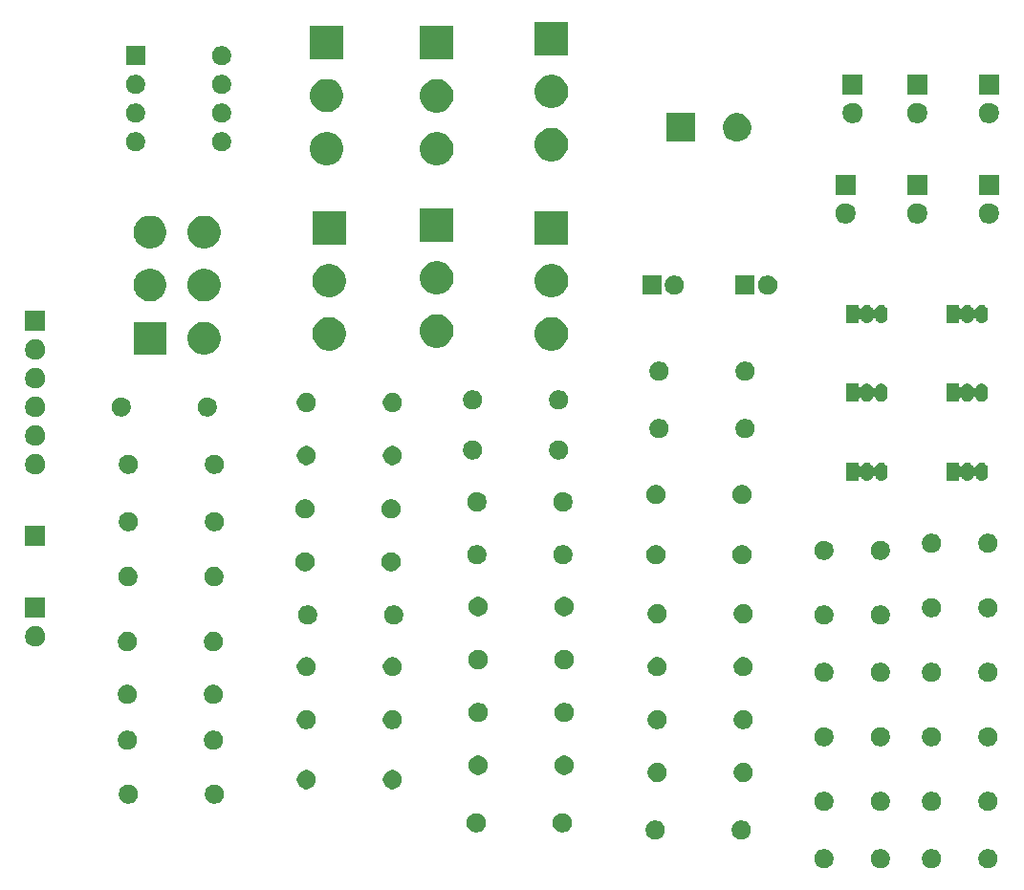
<source format=gbr>
G04 #@! TF.GenerationSoftware,KiCad,Pcbnew,(5.1.5)-3*
G04 #@! TF.CreationDate,2020-01-23T17:29:19-05:00*
G04 #@! TF.ProjectId,cludge,636c7564-6765-42e6-9b69-6361645f7063,v01*
G04 #@! TF.SameCoordinates,Original*
G04 #@! TF.FileFunction,Soldermask,Bot*
G04 #@! TF.FilePolarity,Negative*
%FSLAX46Y46*%
G04 Gerber Fmt 4.6, Leading zero omitted, Abs format (unit mm)*
G04 Created by KiCad (PCBNEW (5.1.5)-3) date 2020-01-23 17:29:19*
%MOMM*%
%LPD*%
G04 APERTURE LIST*
%ADD10C,0.100000*%
G04 APERTURE END LIST*
D10*
G36*
X151298228Y-107766703D02*
G01*
X151453100Y-107830853D01*
X151592481Y-107923985D01*
X151711015Y-108042519D01*
X151804147Y-108181900D01*
X151868297Y-108336772D01*
X151901000Y-108501184D01*
X151901000Y-108668816D01*
X151868297Y-108833228D01*
X151804147Y-108988100D01*
X151711015Y-109127481D01*
X151592481Y-109246015D01*
X151453100Y-109339147D01*
X151298228Y-109403297D01*
X151133816Y-109436000D01*
X150966184Y-109436000D01*
X150801772Y-109403297D01*
X150646900Y-109339147D01*
X150507519Y-109246015D01*
X150388985Y-109127481D01*
X150295853Y-108988100D01*
X150231703Y-108833228D01*
X150199000Y-108668816D01*
X150199000Y-108501184D01*
X150231703Y-108336772D01*
X150295853Y-108181900D01*
X150388985Y-108042519D01*
X150507519Y-107923985D01*
X150646900Y-107830853D01*
X150801772Y-107766703D01*
X150966184Y-107734000D01*
X151133816Y-107734000D01*
X151298228Y-107766703D01*
G37*
G36*
X146298228Y-107766703D02*
G01*
X146453100Y-107830853D01*
X146592481Y-107923985D01*
X146711015Y-108042519D01*
X146804147Y-108181900D01*
X146868297Y-108336772D01*
X146901000Y-108501184D01*
X146901000Y-108668816D01*
X146868297Y-108833228D01*
X146804147Y-108988100D01*
X146711015Y-109127481D01*
X146592481Y-109246015D01*
X146453100Y-109339147D01*
X146298228Y-109403297D01*
X146133816Y-109436000D01*
X145966184Y-109436000D01*
X145801772Y-109403297D01*
X145646900Y-109339147D01*
X145507519Y-109246015D01*
X145388985Y-109127481D01*
X145295853Y-108988100D01*
X145231703Y-108833228D01*
X145199000Y-108668816D01*
X145199000Y-108501184D01*
X145231703Y-108336772D01*
X145295853Y-108181900D01*
X145388985Y-108042519D01*
X145507519Y-107923985D01*
X145646900Y-107830853D01*
X145801772Y-107766703D01*
X145966184Y-107734000D01*
X146133816Y-107734000D01*
X146298228Y-107766703D01*
G37*
G36*
X136773228Y-107766703D02*
G01*
X136928100Y-107830853D01*
X137067481Y-107923985D01*
X137186015Y-108042519D01*
X137279147Y-108181900D01*
X137343297Y-108336772D01*
X137376000Y-108501184D01*
X137376000Y-108668816D01*
X137343297Y-108833228D01*
X137279147Y-108988100D01*
X137186015Y-109127481D01*
X137067481Y-109246015D01*
X136928100Y-109339147D01*
X136773228Y-109403297D01*
X136608816Y-109436000D01*
X136441184Y-109436000D01*
X136276772Y-109403297D01*
X136121900Y-109339147D01*
X135982519Y-109246015D01*
X135863985Y-109127481D01*
X135770853Y-108988100D01*
X135706703Y-108833228D01*
X135674000Y-108668816D01*
X135674000Y-108501184D01*
X135706703Y-108336772D01*
X135770853Y-108181900D01*
X135863985Y-108042519D01*
X135982519Y-107923985D01*
X136121900Y-107830853D01*
X136276772Y-107766703D01*
X136441184Y-107734000D01*
X136608816Y-107734000D01*
X136773228Y-107766703D01*
G37*
G36*
X141773228Y-107766703D02*
G01*
X141928100Y-107830853D01*
X142067481Y-107923985D01*
X142186015Y-108042519D01*
X142279147Y-108181900D01*
X142343297Y-108336772D01*
X142376000Y-108501184D01*
X142376000Y-108668816D01*
X142343297Y-108833228D01*
X142279147Y-108988100D01*
X142186015Y-109127481D01*
X142067481Y-109246015D01*
X141928100Y-109339147D01*
X141773228Y-109403297D01*
X141608816Y-109436000D01*
X141441184Y-109436000D01*
X141276772Y-109403297D01*
X141121900Y-109339147D01*
X140982519Y-109246015D01*
X140863985Y-109127481D01*
X140770853Y-108988100D01*
X140706703Y-108833228D01*
X140674000Y-108668816D01*
X140674000Y-108501184D01*
X140706703Y-108336772D01*
X140770853Y-108181900D01*
X140863985Y-108042519D01*
X140982519Y-107923985D01*
X141121900Y-107830853D01*
X141276772Y-107766703D01*
X141441184Y-107734000D01*
X141608816Y-107734000D01*
X141773228Y-107766703D01*
G37*
G36*
X121838228Y-105226703D02*
G01*
X121993100Y-105290853D01*
X122132481Y-105383985D01*
X122251015Y-105502519D01*
X122344147Y-105641900D01*
X122408297Y-105796772D01*
X122441000Y-105961184D01*
X122441000Y-106128816D01*
X122408297Y-106293228D01*
X122344147Y-106448100D01*
X122251015Y-106587481D01*
X122132481Y-106706015D01*
X121993100Y-106799147D01*
X121838228Y-106863297D01*
X121673816Y-106896000D01*
X121506184Y-106896000D01*
X121341772Y-106863297D01*
X121186900Y-106799147D01*
X121047519Y-106706015D01*
X120928985Y-106587481D01*
X120835853Y-106448100D01*
X120771703Y-106293228D01*
X120739000Y-106128816D01*
X120739000Y-105961184D01*
X120771703Y-105796772D01*
X120835853Y-105641900D01*
X120928985Y-105502519D01*
X121047519Y-105383985D01*
X121186900Y-105290853D01*
X121341772Y-105226703D01*
X121506184Y-105194000D01*
X121673816Y-105194000D01*
X121838228Y-105226703D01*
G37*
G36*
X129458228Y-105226703D02*
G01*
X129613100Y-105290853D01*
X129752481Y-105383985D01*
X129871015Y-105502519D01*
X129964147Y-105641900D01*
X130028297Y-105796772D01*
X130061000Y-105961184D01*
X130061000Y-106128816D01*
X130028297Y-106293228D01*
X129964147Y-106448100D01*
X129871015Y-106587481D01*
X129752481Y-106706015D01*
X129613100Y-106799147D01*
X129458228Y-106863297D01*
X129293816Y-106896000D01*
X129126184Y-106896000D01*
X128961772Y-106863297D01*
X128806900Y-106799147D01*
X128667519Y-106706015D01*
X128548985Y-106587481D01*
X128455853Y-106448100D01*
X128391703Y-106293228D01*
X128359000Y-106128816D01*
X128359000Y-105961184D01*
X128391703Y-105796772D01*
X128455853Y-105641900D01*
X128548985Y-105502519D01*
X128667519Y-105383985D01*
X128806900Y-105290853D01*
X128961772Y-105226703D01*
X129126184Y-105194000D01*
X129293816Y-105194000D01*
X129458228Y-105226703D01*
G37*
G36*
X105988228Y-104591703D02*
G01*
X106143100Y-104655853D01*
X106282481Y-104748985D01*
X106401015Y-104867519D01*
X106494147Y-105006900D01*
X106558297Y-105161772D01*
X106591000Y-105326184D01*
X106591000Y-105493816D01*
X106558297Y-105658228D01*
X106494147Y-105813100D01*
X106401015Y-105952481D01*
X106282481Y-106071015D01*
X106143100Y-106164147D01*
X105988228Y-106228297D01*
X105823816Y-106261000D01*
X105656184Y-106261000D01*
X105491772Y-106228297D01*
X105336900Y-106164147D01*
X105197519Y-106071015D01*
X105078985Y-105952481D01*
X104985853Y-105813100D01*
X104921703Y-105658228D01*
X104889000Y-105493816D01*
X104889000Y-105326184D01*
X104921703Y-105161772D01*
X104985853Y-105006900D01*
X105078985Y-104867519D01*
X105197519Y-104748985D01*
X105336900Y-104655853D01*
X105491772Y-104591703D01*
X105656184Y-104559000D01*
X105823816Y-104559000D01*
X105988228Y-104591703D01*
G37*
G36*
X113608228Y-104591703D02*
G01*
X113763100Y-104655853D01*
X113902481Y-104748985D01*
X114021015Y-104867519D01*
X114114147Y-105006900D01*
X114178297Y-105161772D01*
X114211000Y-105326184D01*
X114211000Y-105493816D01*
X114178297Y-105658228D01*
X114114147Y-105813100D01*
X114021015Y-105952481D01*
X113902481Y-106071015D01*
X113763100Y-106164147D01*
X113608228Y-106228297D01*
X113443816Y-106261000D01*
X113276184Y-106261000D01*
X113111772Y-106228297D01*
X112956900Y-106164147D01*
X112817519Y-106071015D01*
X112698985Y-105952481D01*
X112605853Y-105813100D01*
X112541703Y-105658228D01*
X112509000Y-105493816D01*
X112509000Y-105326184D01*
X112541703Y-105161772D01*
X112605853Y-105006900D01*
X112698985Y-104867519D01*
X112817519Y-104748985D01*
X112956900Y-104655853D01*
X113111772Y-104591703D01*
X113276184Y-104559000D01*
X113443816Y-104559000D01*
X113608228Y-104591703D01*
G37*
G36*
X151298228Y-102686703D02*
G01*
X151453100Y-102750853D01*
X151592481Y-102843985D01*
X151711015Y-102962519D01*
X151804147Y-103101900D01*
X151868297Y-103256772D01*
X151901000Y-103421184D01*
X151901000Y-103588816D01*
X151868297Y-103753228D01*
X151804147Y-103908100D01*
X151711015Y-104047481D01*
X151592481Y-104166015D01*
X151453100Y-104259147D01*
X151298228Y-104323297D01*
X151133816Y-104356000D01*
X150966184Y-104356000D01*
X150801772Y-104323297D01*
X150646900Y-104259147D01*
X150507519Y-104166015D01*
X150388985Y-104047481D01*
X150295853Y-103908100D01*
X150231703Y-103753228D01*
X150199000Y-103588816D01*
X150199000Y-103421184D01*
X150231703Y-103256772D01*
X150295853Y-103101900D01*
X150388985Y-102962519D01*
X150507519Y-102843985D01*
X150646900Y-102750853D01*
X150801772Y-102686703D01*
X150966184Y-102654000D01*
X151133816Y-102654000D01*
X151298228Y-102686703D01*
G37*
G36*
X146298228Y-102686703D02*
G01*
X146453100Y-102750853D01*
X146592481Y-102843985D01*
X146711015Y-102962519D01*
X146804147Y-103101900D01*
X146868297Y-103256772D01*
X146901000Y-103421184D01*
X146901000Y-103588816D01*
X146868297Y-103753228D01*
X146804147Y-103908100D01*
X146711015Y-104047481D01*
X146592481Y-104166015D01*
X146453100Y-104259147D01*
X146298228Y-104323297D01*
X146133816Y-104356000D01*
X145966184Y-104356000D01*
X145801772Y-104323297D01*
X145646900Y-104259147D01*
X145507519Y-104166015D01*
X145388985Y-104047481D01*
X145295853Y-103908100D01*
X145231703Y-103753228D01*
X145199000Y-103588816D01*
X145199000Y-103421184D01*
X145231703Y-103256772D01*
X145295853Y-103101900D01*
X145388985Y-102962519D01*
X145507519Y-102843985D01*
X145646900Y-102750853D01*
X145801772Y-102686703D01*
X145966184Y-102654000D01*
X146133816Y-102654000D01*
X146298228Y-102686703D01*
G37*
G36*
X141773228Y-102686703D02*
G01*
X141928100Y-102750853D01*
X142067481Y-102843985D01*
X142186015Y-102962519D01*
X142279147Y-103101900D01*
X142343297Y-103256772D01*
X142376000Y-103421184D01*
X142376000Y-103588816D01*
X142343297Y-103753228D01*
X142279147Y-103908100D01*
X142186015Y-104047481D01*
X142067481Y-104166015D01*
X141928100Y-104259147D01*
X141773228Y-104323297D01*
X141608816Y-104356000D01*
X141441184Y-104356000D01*
X141276772Y-104323297D01*
X141121900Y-104259147D01*
X140982519Y-104166015D01*
X140863985Y-104047481D01*
X140770853Y-103908100D01*
X140706703Y-103753228D01*
X140674000Y-103588816D01*
X140674000Y-103421184D01*
X140706703Y-103256772D01*
X140770853Y-103101900D01*
X140863985Y-102962519D01*
X140982519Y-102843985D01*
X141121900Y-102750853D01*
X141276772Y-102686703D01*
X141441184Y-102654000D01*
X141608816Y-102654000D01*
X141773228Y-102686703D01*
G37*
G36*
X136773228Y-102686703D02*
G01*
X136928100Y-102750853D01*
X137067481Y-102843985D01*
X137186015Y-102962519D01*
X137279147Y-103101900D01*
X137343297Y-103256772D01*
X137376000Y-103421184D01*
X137376000Y-103588816D01*
X137343297Y-103753228D01*
X137279147Y-103908100D01*
X137186015Y-104047481D01*
X137067481Y-104166015D01*
X136928100Y-104259147D01*
X136773228Y-104323297D01*
X136608816Y-104356000D01*
X136441184Y-104356000D01*
X136276772Y-104323297D01*
X136121900Y-104259147D01*
X135982519Y-104166015D01*
X135863985Y-104047481D01*
X135770853Y-103908100D01*
X135706703Y-103753228D01*
X135674000Y-103588816D01*
X135674000Y-103421184D01*
X135706703Y-103256772D01*
X135770853Y-103101900D01*
X135863985Y-102962519D01*
X135982519Y-102843985D01*
X136121900Y-102750853D01*
X136276772Y-102686703D01*
X136441184Y-102654000D01*
X136608816Y-102654000D01*
X136773228Y-102686703D01*
G37*
G36*
X75178228Y-102051703D02*
G01*
X75333100Y-102115853D01*
X75472481Y-102208985D01*
X75591015Y-102327519D01*
X75684147Y-102466900D01*
X75748297Y-102621772D01*
X75781000Y-102786184D01*
X75781000Y-102953816D01*
X75748297Y-103118228D01*
X75684147Y-103273100D01*
X75591015Y-103412481D01*
X75472481Y-103531015D01*
X75333100Y-103624147D01*
X75178228Y-103688297D01*
X75013816Y-103721000D01*
X74846184Y-103721000D01*
X74681772Y-103688297D01*
X74526900Y-103624147D01*
X74387519Y-103531015D01*
X74268985Y-103412481D01*
X74175853Y-103273100D01*
X74111703Y-103118228D01*
X74079000Y-102953816D01*
X74079000Y-102786184D01*
X74111703Y-102621772D01*
X74175853Y-102466900D01*
X74268985Y-102327519D01*
X74387519Y-102208985D01*
X74526900Y-102115853D01*
X74681772Y-102051703D01*
X74846184Y-102019000D01*
X75013816Y-102019000D01*
X75178228Y-102051703D01*
G37*
G36*
X82798228Y-102051703D02*
G01*
X82953100Y-102115853D01*
X83092481Y-102208985D01*
X83211015Y-102327519D01*
X83304147Y-102466900D01*
X83368297Y-102621772D01*
X83401000Y-102786184D01*
X83401000Y-102953816D01*
X83368297Y-103118228D01*
X83304147Y-103273100D01*
X83211015Y-103412481D01*
X83092481Y-103531015D01*
X82953100Y-103624147D01*
X82798228Y-103688297D01*
X82633816Y-103721000D01*
X82466184Y-103721000D01*
X82301772Y-103688297D01*
X82146900Y-103624147D01*
X82007519Y-103531015D01*
X81888985Y-103412481D01*
X81795853Y-103273100D01*
X81731703Y-103118228D01*
X81699000Y-102953816D01*
X81699000Y-102786184D01*
X81731703Y-102621772D01*
X81795853Y-102466900D01*
X81888985Y-102327519D01*
X82007519Y-102208985D01*
X82146900Y-102115853D01*
X82301772Y-102051703D01*
X82466184Y-102019000D01*
X82633816Y-102019000D01*
X82798228Y-102051703D01*
G37*
G36*
X90943228Y-100766703D02*
G01*
X91098100Y-100830853D01*
X91237481Y-100923985D01*
X91356015Y-101042519D01*
X91449147Y-101181900D01*
X91513297Y-101336772D01*
X91546000Y-101501184D01*
X91546000Y-101668816D01*
X91513297Y-101833228D01*
X91449147Y-101988100D01*
X91356015Y-102127481D01*
X91237481Y-102246015D01*
X91098100Y-102339147D01*
X90943228Y-102403297D01*
X90778816Y-102436000D01*
X90611184Y-102436000D01*
X90446772Y-102403297D01*
X90291900Y-102339147D01*
X90152519Y-102246015D01*
X90033985Y-102127481D01*
X89940853Y-101988100D01*
X89876703Y-101833228D01*
X89844000Y-101668816D01*
X89844000Y-101501184D01*
X89876703Y-101336772D01*
X89940853Y-101181900D01*
X90033985Y-101042519D01*
X90152519Y-100923985D01*
X90291900Y-100830853D01*
X90446772Y-100766703D01*
X90611184Y-100734000D01*
X90778816Y-100734000D01*
X90943228Y-100766703D01*
G37*
G36*
X98563228Y-100766703D02*
G01*
X98718100Y-100830853D01*
X98857481Y-100923985D01*
X98976015Y-101042519D01*
X99069147Y-101181900D01*
X99133297Y-101336772D01*
X99166000Y-101501184D01*
X99166000Y-101668816D01*
X99133297Y-101833228D01*
X99069147Y-101988100D01*
X98976015Y-102127481D01*
X98857481Y-102246015D01*
X98718100Y-102339147D01*
X98563228Y-102403297D01*
X98398816Y-102436000D01*
X98231184Y-102436000D01*
X98066772Y-102403297D01*
X97911900Y-102339147D01*
X97772519Y-102246015D01*
X97653985Y-102127481D01*
X97560853Y-101988100D01*
X97496703Y-101833228D01*
X97464000Y-101668816D01*
X97464000Y-101501184D01*
X97496703Y-101336772D01*
X97560853Y-101181900D01*
X97653985Y-101042519D01*
X97772519Y-100923985D01*
X97911900Y-100830853D01*
X98066772Y-100766703D01*
X98231184Y-100734000D01*
X98398816Y-100734000D01*
X98563228Y-100766703D01*
G37*
G36*
X122008228Y-100131703D02*
G01*
X122163100Y-100195853D01*
X122302481Y-100288985D01*
X122421015Y-100407519D01*
X122514147Y-100546900D01*
X122578297Y-100701772D01*
X122611000Y-100866184D01*
X122611000Y-101033816D01*
X122578297Y-101198228D01*
X122514147Y-101353100D01*
X122421015Y-101492481D01*
X122302481Y-101611015D01*
X122163100Y-101704147D01*
X122008228Y-101768297D01*
X121843816Y-101801000D01*
X121676184Y-101801000D01*
X121511772Y-101768297D01*
X121356900Y-101704147D01*
X121217519Y-101611015D01*
X121098985Y-101492481D01*
X121005853Y-101353100D01*
X120941703Y-101198228D01*
X120909000Y-101033816D01*
X120909000Y-100866184D01*
X120941703Y-100701772D01*
X121005853Y-100546900D01*
X121098985Y-100407519D01*
X121217519Y-100288985D01*
X121356900Y-100195853D01*
X121511772Y-100131703D01*
X121676184Y-100099000D01*
X121843816Y-100099000D01*
X122008228Y-100131703D01*
G37*
G36*
X129628228Y-100131703D02*
G01*
X129783100Y-100195853D01*
X129922481Y-100288985D01*
X130041015Y-100407519D01*
X130134147Y-100546900D01*
X130198297Y-100701772D01*
X130231000Y-100866184D01*
X130231000Y-101033816D01*
X130198297Y-101198228D01*
X130134147Y-101353100D01*
X130041015Y-101492481D01*
X129922481Y-101611015D01*
X129783100Y-101704147D01*
X129628228Y-101768297D01*
X129463816Y-101801000D01*
X129296184Y-101801000D01*
X129131772Y-101768297D01*
X128976900Y-101704147D01*
X128837519Y-101611015D01*
X128718985Y-101492481D01*
X128625853Y-101353100D01*
X128561703Y-101198228D01*
X128529000Y-101033816D01*
X128529000Y-100866184D01*
X128561703Y-100701772D01*
X128625853Y-100546900D01*
X128718985Y-100407519D01*
X128837519Y-100288985D01*
X128976900Y-100195853D01*
X129131772Y-100131703D01*
X129296184Y-100099000D01*
X129463816Y-100099000D01*
X129628228Y-100131703D01*
G37*
G36*
X106158228Y-99496703D02*
G01*
X106313100Y-99560853D01*
X106452481Y-99653985D01*
X106571015Y-99772519D01*
X106664147Y-99911900D01*
X106728297Y-100066772D01*
X106761000Y-100231184D01*
X106761000Y-100398816D01*
X106728297Y-100563228D01*
X106664147Y-100718100D01*
X106571015Y-100857481D01*
X106452481Y-100976015D01*
X106313100Y-101069147D01*
X106158228Y-101133297D01*
X105993816Y-101166000D01*
X105826184Y-101166000D01*
X105661772Y-101133297D01*
X105506900Y-101069147D01*
X105367519Y-100976015D01*
X105248985Y-100857481D01*
X105155853Y-100718100D01*
X105091703Y-100563228D01*
X105059000Y-100398816D01*
X105059000Y-100231184D01*
X105091703Y-100066772D01*
X105155853Y-99911900D01*
X105248985Y-99772519D01*
X105367519Y-99653985D01*
X105506900Y-99560853D01*
X105661772Y-99496703D01*
X105826184Y-99464000D01*
X105993816Y-99464000D01*
X106158228Y-99496703D01*
G37*
G36*
X113778228Y-99496703D02*
G01*
X113933100Y-99560853D01*
X114072481Y-99653985D01*
X114191015Y-99772519D01*
X114284147Y-99911900D01*
X114348297Y-100066772D01*
X114381000Y-100231184D01*
X114381000Y-100398816D01*
X114348297Y-100563228D01*
X114284147Y-100718100D01*
X114191015Y-100857481D01*
X114072481Y-100976015D01*
X113933100Y-101069147D01*
X113778228Y-101133297D01*
X113613816Y-101166000D01*
X113446184Y-101166000D01*
X113281772Y-101133297D01*
X113126900Y-101069147D01*
X112987519Y-100976015D01*
X112868985Y-100857481D01*
X112775853Y-100718100D01*
X112711703Y-100563228D01*
X112679000Y-100398816D01*
X112679000Y-100231184D01*
X112711703Y-100066772D01*
X112775853Y-99911900D01*
X112868985Y-99772519D01*
X112987519Y-99653985D01*
X113126900Y-99560853D01*
X113281772Y-99496703D01*
X113446184Y-99464000D01*
X113613816Y-99464000D01*
X113778228Y-99496703D01*
G37*
G36*
X82713228Y-97266703D02*
G01*
X82868100Y-97330853D01*
X83007481Y-97423985D01*
X83126015Y-97542519D01*
X83219147Y-97681900D01*
X83283297Y-97836772D01*
X83316000Y-98001184D01*
X83316000Y-98168816D01*
X83283297Y-98333228D01*
X83219147Y-98488100D01*
X83126015Y-98627481D01*
X83007481Y-98746015D01*
X82868100Y-98839147D01*
X82713228Y-98903297D01*
X82548816Y-98936000D01*
X82381184Y-98936000D01*
X82216772Y-98903297D01*
X82061900Y-98839147D01*
X81922519Y-98746015D01*
X81803985Y-98627481D01*
X81710853Y-98488100D01*
X81646703Y-98333228D01*
X81614000Y-98168816D01*
X81614000Y-98001184D01*
X81646703Y-97836772D01*
X81710853Y-97681900D01*
X81803985Y-97542519D01*
X81922519Y-97423985D01*
X82061900Y-97330853D01*
X82216772Y-97266703D01*
X82381184Y-97234000D01*
X82548816Y-97234000D01*
X82713228Y-97266703D01*
G37*
G36*
X75093228Y-97266703D02*
G01*
X75248100Y-97330853D01*
X75387481Y-97423985D01*
X75506015Y-97542519D01*
X75599147Y-97681900D01*
X75663297Y-97836772D01*
X75696000Y-98001184D01*
X75696000Y-98168816D01*
X75663297Y-98333228D01*
X75599147Y-98488100D01*
X75506015Y-98627481D01*
X75387481Y-98746015D01*
X75248100Y-98839147D01*
X75093228Y-98903297D01*
X74928816Y-98936000D01*
X74761184Y-98936000D01*
X74596772Y-98903297D01*
X74441900Y-98839147D01*
X74302519Y-98746015D01*
X74183985Y-98627481D01*
X74090853Y-98488100D01*
X74026703Y-98333228D01*
X73994000Y-98168816D01*
X73994000Y-98001184D01*
X74026703Y-97836772D01*
X74090853Y-97681900D01*
X74183985Y-97542519D01*
X74302519Y-97423985D01*
X74441900Y-97330853D01*
X74596772Y-97266703D01*
X74761184Y-97234000D01*
X74928816Y-97234000D01*
X75093228Y-97266703D01*
G37*
G36*
X146298228Y-96971703D02*
G01*
X146453100Y-97035853D01*
X146592481Y-97128985D01*
X146711015Y-97247519D01*
X146804147Y-97386900D01*
X146868297Y-97541772D01*
X146901000Y-97706184D01*
X146901000Y-97873816D01*
X146868297Y-98038228D01*
X146804147Y-98193100D01*
X146711015Y-98332481D01*
X146592481Y-98451015D01*
X146453100Y-98544147D01*
X146298228Y-98608297D01*
X146133816Y-98641000D01*
X145966184Y-98641000D01*
X145801772Y-98608297D01*
X145646900Y-98544147D01*
X145507519Y-98451015D01*
X145388985Y-98332481D01*
X145295853Y-98193100D01*
X145231703Y-98038228D01*
X145199000Y-97873816D01*
X145199000Y-97706184D01*
X145231703Y-97541772D01*
X145295853Y-97386900D01*
X145388985Y-97247519D01*
X145507519Y-97128985D01*
X145646900Y-97035853D01*
X145801772Y-96971703D01*
X145966184Y-96939000D01*
X146133816Y-96939000D01*
X146298228Y-96971703D01*
G37*
G36*
X151298228Y-96971703D02*
G01*
X151453100Y-97035853D01*
X151592481Y-97128985D01*
X151711015Y-97247519D01*
X151804147Y-97386900D01*
X151868297Y-97541772D01*
X151901000Y-97706184D01*
X151901000Y-97873816D01*
X151868297Y-98038228D01*
X151804147Y-98193100D01*
X151711015Y-98332481D01*
X151592481Y-98451015D01*
X151453100Y-98544147D01*
X151298228Y-98608297D01*
X151133816Y-98641000D01*
X150966184Y-98641000D01*
X150801772Y-98608297D01*
X150646900Y-98544147D01*
X150507519Y-98451015D01*
X150388985Y-98332481D01*
X150295853Y-98193100D01*
X150231703Y-98038228D01*
X150199000Y-97873816D01*
X150199000Y-97706184D01*
X150231703Y-97541772D01*
X150295853Y-97386900D01*
X150388985Y-97247519D01*
X150507519Y-97128985D01*
X150646900Y-97035853D01*
X150801772Y-96971703D01*
X150966184Y-96939000D01*
X151133816Y-96939000D01*
X151298228Y-96971703D01*
G37*
G36*
X141773228Y-96971703D02*
G01*
X141928100Y-97035853D01*
X142067481Y-97128985D01*
X142186015Y-97247519D01*
X142279147Y-97386900D01*
X142343297Y-97541772D01*
X142376000Y-97706184D01*
X142376000Y-97873816D01*
X142343297Y-98038228D01*
X142279147Y-98193100D01*
X142186015Y-98332481D01*
X142067481Y-98451015D01*
X141928100Y-98544147D01*
X141773228Y-98608297D01*
X141608816Y-98641000D01*
X141441184Y-98641000D01*
X141276772Y-98608297D01*
X141121900Y-98544147D01*
X140982519Y-98451015D01*
X140863985Y-98332481D01*
X140770853Y-98193100D01*
X140706703Y-98038228D01*
X140674000Y-97873816D01*
X140674000Y-97706184D01*
X140706703Y-97541772D01*
X140770853Y-97386900D01*
X140863985Y-97247519D01*
X140982519Y-97128985D01*
X141121900Y-97035853D01*
X141276772Y-96971703D01*
X141441184Y-96939000D01*
X141608816Y-96939000D01*
X141773228Y-96971703D01*
G37*
G36*
X136773228Y-96971703D02*
G01*
X136928100Y-97035853D01*
X137067481Y-97128985D01*
X137186015Y-97247519D01*
X137279147Y-97386900D01*
X137343297Y-97541772D01*
X137376000Y-97706184D01*
X137376000Y-97873816D01*
X137343297Y-98038228D01*
X137279147Y-98193100D01*
X137186015Y-98332481D01*
X137067481Y-98451015D01*
X136928100Y-98544147D01*
X136773228Y-98608297D01*
X136608816Y-98641000D01*
X136441184Y-98641000D01*
X136276772Y-98608297D01*
X136121900Y-98544147D01*
X135982519Y-98451015D01*
X135863985Y-98332481D01*
X135770853Y-98193100D01*
X135706703Y-98038228D01*
X135674000Y-97873816D01*
X135674000Y-97706184D01*
X135706703Y-97541772D01*
X135770853Y-97386900D01*
X135863985Y-97247519D01*
X135982519Y-97128985D01*
X136121900Y-97035853D01*
X136276772Y-96971703D01*
X136441184Y-96939000D01*
X136608816Y-96939000D01*
X136773228Y-96971703D01*
G37*
G36*
X129628228Y-95446703D02*
G01*
X129783100Y-95510853D01*
X129922481Y-95603985D01*
X130041015Y-95722519D01*
X130134147Y-95861900D01*
X130198297Y-96016772D01*
X130231000Y-96181184D01*
X130231000Y-96348816D01*
X130198297Y-96513228D01*
X130134147Y-96668100D01*
X130041015Y-96807481D01*
X129922481Y-96926015D01*
X129783100Y-97019147D01*
X129628228Y-97083297D01*
X129463816Y-97116000D01*
X129296184Y-97116000D01*
X129131772Y-97083297D01*
X128976900Y-97019147D01*
X128837519Y-96926015D01*
X128718985Y-96807481D01*
X128625853Y-96668100D01*
X128561703Y-96513228D01*
X128529000Y-96348816D01*
X128529000Y-96181184D01*
X128561703Y-96016772D01*
X128625853Y-95861900D01*
X128718985Y-95722519D01*
X128837519Y-95603985D01*
X128976900Y-95510853D01*
X129131772Y-95446703D01*
X129296184Y-95414000D01*
X129463816Y-95414000D01*
X129628228Y-95446703D01*
G37*
G36*
X122008228Y-95446703D02*
G01*
X122163100Y-95510853D01*
X122302481Y-95603985D01*
X122421015Y-95722519D01*
X122514147Y-95861900D01*
X122578297Y-96016772D01*
X122611000Y-96181184D01*
X122611000Y-96348816D01*
X122578297Y-96513228D01*
X122514147Y-96668100D01*
X122421015Y-96807481D01*
X122302481Y-96926015D01*
X122163100Y-97019147D01*
X122008228Y-97083297D01*
X121843816Y-97116000D01*
X121676184Y-97116000D01*
X121511772Y-97083297D01*
X121356900Y-97019147D01*
X121217519Y-96926015D01*
X121098985Y-96807481D01*
X121005853Y-96668100D01*
X120941703Y-96513228D01*
X120909000Y-96348816D01*
X120909000Y-96181184D01*
X120941703Y-96016772D01*
X121005853Y-95861900D01*
X121098985Y-95722519D01*
X121217519Y-95603985D01*
X121356900Y-95510853D01*
X121511772Y-95446703D01*
X121676184Y-95414000D01*
X121843816Y-95414000D01*
X122008228Y-95446703D01*
G37*
G36*
X98563228Y-95446703D02*
G01*
X98718100Y-95510853D01*
X98857481Y-95603985D01*
X98976015Y-95722519D01*
X99069147Y-95861900D01*
X99133297Y-96016772D01*
X99166000Y-96181184D01*
X99166000Y-96348816D01*
X99133297Y-96513228D01*
X99069147Y-96668100D01*
X98976015Y-96807481D01*
X98857481Y-96926015D01*
X98718100Y-97019147D01*
X98563228Y-97083297D01*
X98398816Y-97116000D01*
X98231184Y-97116000D01*
X98066772Y-97083297D01*
X97911900Y-97019147D01*
X97772519Y-96926015D01*
X97653985Y-96807481D01*
X97560853Y-96668100D01*
X97496703Y-96513228D01*
X97464000Y-96348816D01*
X97464000Y-96181184D01*
X97496703Y-96016772D01*
X97560853Y-95861900D01*
X97653985Y-95722519D01*
X97772519Y-95603985D01*
X97911900Y-95510853D01*
X98066772Y-95446703D01*
X98231184Y-95414000D01*
X98398816Y-95414000D01*
X98563228Y-95446703D01*
G37*
G36*
X90943228Y-95446703D02*
G01*
X91098100Y-95510853D01*
X91237481Y-95603985D01*
X91356015Y-95722519D01*
X91449147Y-95861900D01*
X91513297Y-96016772D01*
X91546000Y-96181184D01*
X91546000Y-96348816D01*
X91513297Y-96513228D01*
X91449147Y-96668100D01*
X91356015Y-96807481D01*
X91237481Y-96926015D01*
X91098100Y-97019147D01*
X90943228Y-97083297D01*
X90778816Y-97116000D01*
X90611184Y-97116000D01*
X90446772Y-97083297D01*
X90291900Y-97019147D01*
X90152519Y-96926015D01*
X90033985Y-96807481D01*
X89940853Y-96668100D01*
X89876703Y-96513228D01*
X89844000Y-96348816D01*
X89844000Y-96181184D01*
X89876703Y-96016772D01*
X89940853Y-95861900D01*
X90033985Y-95722519D01*
X90152519Y-95603985D01*
X90291900Y-95510853D01*
X90446772Y-95446703D01*
X90611184Y-95414000D01*
X90778816Y-95414000D01*
X90943228Y-95446703D01*
G37*
G36*
X113778228Y-94811703D02*
G01*
X113933100Y-94875853D01*
X114072481Y-94968985D01*
X114191015Y-95087519D01*
X114284147Y-95226900D01*
X114348297Y-95381772D01*
X114381000Y-95546184D01*
X114381000Y-95713816D01*
X114348297Y-95878228D01*
X114284147Y-96033100D01*
X114191015Y-96172481D01*
X114072481Y-96291015D01*
X113933100Y-96384147D01*
X113778228Y-96448297D01*
X113613816Y-96481000D01*
X113446184Y-96481000D01*
X113281772Y-96448297D01*
X113126900Y-96384147D01*
X112987519Y-96291015D01*
X112868985Y-96172481D01*
X112775853Y-96033100D01*
X112711703Y-95878228D01*
X112679000Y-95713816D01*
X112679000Y-95546184D01*
X112711703Y-95381772D01*
X112775853Y-95226900D01*
X112868985Y-95087519D01*
X112987519Y-94968985D01*
X113126900Y-94875853D01*
X113281772Y-94811703D01*
X113446184Y-94779000D01*
X113613816Y-94779000D01*
X113778228Y-94811703D01*
G37*
G36*
X106158228Y-94811703D02*
G01*
X106313100Y-94875853D01*
X106452481Y-94968985D01*
X106571015Y-95087519D01*
X106664147Y-95226900D01*
X106728297Y-95381772D01*
X106761000Y-95546184D01*
X106761000Y-95713816D01*
X106728297Y-95878228D01*
X106664147Y-96033100D01*
X106571015Y-96172481D01*
X106452481Y-96291015D01*
X106313100Y-96384147D01*
X106158228Y-96448297D01*
X105993816Y-96481000D01*
X105826184Y-96481000D01*
X105661772Y-96448297D01*
X105506900Y-96384147D01*
X105367519Y-96291015D01*
X105248985Y-96172481D01*
X105155853Y-96033100D01*
X105091703Y-95878228D01*
X105059000Y-95713816D01*
X105059000Y-95546184D01*
X105091703Y-95381772D01*
X105155853Y-95226900D01*
X105248985Y-95087519D01*
X105367519Y-94968985D01*
X105506900Y-94875853D01*
X105661772Y-94811703D01*
X105826184Y-94779000D01*
X105993816Y-94779000D01*
X106158228Y-94811703D01*
G37*
G36*
X82713228Y-93216703D02*
G01*
X82868100Y-93280853D01*
X83007481Y-93373985D01*
X83126015Y-93492519D01*
X83219147Y-93631900D01*
X83283297Y-93786772D01*
X83316000Y-93951184D01*
X83316000Y-94118816D01*
X83283297Y-94283228D01*
X83219147Y-94438100D01*
X83126015Y-94577481D01*
X83007481Y-94696015D01*
X82868100Y-94789147D01*
X82713228Y-94853297D01*
X82548816Y-94886000D01*
X82381184Y-94886000D01*
X82216772Y-94853297D01*
X82061900Y-94789147D01*
X81922519Y-94696015D01*
X81803985Y-94577481D01*
X81710853Y-94438100D01*
X81646703Y-94283228D01*
X81614000Y-94118816D01*
X81614000Y-93951184D01*
X81646703Y-93786772D01*
X81710853Y-93631900D01*
X81803985Y-93492519D01*
X81922519Y-93373985D01*
X82061900Y-93280853D01*
X82216772Y-93216703D01*
X82381184Y-93184000D01*
X82548816Y-93184000D01*
X82713228Y-93216703D01*
G37*
G36*
X75093228Y-93216703D02*
G01*
X75248100Y-93280853D01*
X75387481Y-93373985D01*
X75506015Y-93492519D01*
X75599147Y-93631900D01*
X75663297Y-93786772D01*
X75696000Y-93951184D01*
X75696000Y-94118816D01*
X75663297Y-94283228D01*
X75599147Y-94438100D01*
X75506015Y-94577481D01*
X75387481Y-94696015D01*
X75248100Y-94789147D01*
X75093228Y-94853297D01*
X74928816Y-94886000D01*
X74761184Y-94886000D01*
X74596772Y-94853297D01*
X74441900Y-94789147D01*
X74302519Y-94696015D01*
X74183985Y-94577481D01*
X74090853Y-94438100D01*
X74026703Y-94283228D01*
X73994000Y-94118816D01*
X73994000Y-93951184D01*
X74026703Y-93786772D01*
X74090853Y-93631900D01*
X74183985Y-93492519D01*
X74302519Y-93373985D01*
X74441900Y-93280853D01*
X74596772Y-93216703D01*
X74761184Y-93184000D01*
X74928816Y-93184000D01*
X75093228Y-93216703D01*
G37*
G36*
X146298228Y-91256703D02*
G01*
X146453100Y-91320853D01*
X146592481Y-91413985D01*
X146711015Y-91532519D01*
X146804147Y-91671900D01*
X146868297Y-91826772D01*
X146901000Y-91991184D01*
X146901000Y-92158816D01*
X146868297Y-92323228D01*
X146804147Y-92478100D01*
X146711015Y-92617481D01*
X146592481Y-92736015D01*
X146453100Y-92829147D01*
X146298228Y-92893297D01*
X146133816Y-92926000D01*
X145966184Y-92926000D01*
X145801772Y-92893297D01*
X145646900Y-92829147D01*
X145507519Y-92736015D01*
X145388985Y-92617481D01*
X145295853Y-92478100D01*
X145231703Y-92323228D01*
X145199000Y-92158816D01*
X145199000Y-91991184D01*
X145231703Y-91826772D01*
X145295853Y-91671900D01*
X145388985Y-91532519D01*
X145507519Y-91413985D01*
X145646900Y-91320853D01*
X145801772Y-91256703D01*
X145966184Y-91224000D01*
X146133816Y-91224000D01*
X146298228Y-91256703D01*
G37*
G36*
X151298228Y-91256703D02*
G01*
X151453100Y-91320853D01*
X151592481Y-91413985D01*
X151711015Y-91532519D01*
X151804147Y-91671900D01*
X151868297Y-91826772D01*
X151901000Y-91991184D01*
X151901000Y-92158816D01*
X151868297Y-92323228D01*
X151804147Y-92478100D01*
X151711015Y-92617481D01*
X151592481Y-92736015D01*
X151453100Y-92829147D01*
X151298228Y-92893297D01*
X151133816Y-92926000D01*
X150966184Y-92926000D01*
X150801772Y-92893297D01*
X150646900Y-92829147D01*
X150507519Y-92736015D01*
X150388985Y-92617481D01*
X150295853Y-92478100D01*
X150231703Y-92323228D01*
X150199000Y-92158816D01*
X150199000Y-91991184D01*
X150231703Y-91826772D01*
X150295853Y-91671900D01*
X150388985Y-91532519D01*
X150507519Y-91413985D01*
X150646900Y-91320853D01*
X150801772Y-91256703D01*
X150966184Y-91224000D01*
X151133816Y-91224000D01*
X151298228Y-91256703D01*
G37*
G36*
X136773228Y-91256703D02*
G01*
X136928100Y-91320853D01*
X137067481Y-91413985D01*
X137186015Y-91532519D01*
X137279147Y-91671900D01*
X137343297Y-91826772D01*
X137376000Y-91991184D01*
X137376000Y-92158816D01*
X137343297Y-92323228D01*
X137279147Y-92478100D01*
X137186015Y-92617481D01*
X137067481Y-92736015D01*
X136928100Y-92829147D01*
X136773228Y-92893297D01*
X136608816Y-92926000D01*
X136441184Y-92926000D01*
X136276772Y-92893297D01*
X136121900Y-92829147D01*
X135982519Y-92736015D01*
X135863985Y-92617481D01*
X135770853Y-92478100D01*
X135706703Y-92323228D01*
X135674000Y-92158816D01*
X135674000Y-91991184D01*
X135706703Y-91826772D01*
X135770853Y-91671900D01*
X135863985Y-91532519D01*
X135982519Y-91413985D01*
X136121900Y-91320853D01*
X136276772Y-91256703D01*
X136441184Y-91224000D01*
X136608816Y-91224000D01*
X136773228Y-91256703D01*
G37*
G36*
X141773228Y-91256703D02*
G01*
X141928100Y-91320853D01*
X142067481Y-91413985D01*
X142186015Y-91532519D01*
X142279147Y-91671900D01*
X142343297Y-91826772D01*
X142376000Y-91991184D01*
X142376000Y-92158816D01*
X142343297Y-92323228D01*
X142279147Y-92478100D01*
X142186015Y-92617481D01*
X142067481Y-92736015D01*
X141928100Y-92829147D01*
X141773228Y-92893297D01*
X141608816Y-92926000D01*
X141441184Y-92926000D01*
X141276772Y-92893297D01*
X141121900Y-92829147D01*
X140982519Y-92736015D01*
X140863985Y-92617481D01*
X140770853Y-92478100D01*
X140706703Y-92323228D01*
X140674000Y-92158816D01*
X140674000Y-91991184D01*
X140706703Y-91826772D01*
X140770853Y-91671900D01*
X140863985Y-91532519D01*
X140982519Y-91413985D01*
X141121900Y-91320853D01*
X141276772Y-91256703D01*
X141441184Y-91224000D01*
X141608816Y-91224000D01*
X141773228Y-91256703D01*
G37*
G36*
X129628228Y-90761703D02*
G01*
X129783100Y-90825853D01*
X129922481Y-90918985D01*
X130041015Y-91037519D01*
X130134147Y-91176900D01*
X130198297Y-91331772D01*
X130231000Y-91496184D01*
X130231000Y-91663816D01*
X130198297Y-91828228D01*
X130134147Y-91983100D01*
X130041015Y-92122481D01*
X129922481Y-92241015D01*
X129783100Y-92334147D01*
X129628228Y-92398297D01*
X129463816Y-92431000D01*
X129296184Y-92431000D01*
X129131772Y-92398297D01*
X128976900Y-92334147D01*
X128837519Y-92241015D01*
X128718985Y-92122481D01*
X128625853Y-91983100D01*
X128561703Y-91828228D01*
X128529000Y-91663816D01*
X128529000Y-91496184D01*
X128561703Y-91331772D01*
X128625853Y-91176900D01*
X128718985Y-91037519D01*
X128837519Y-90918985D01*
X128976900Y-90825853D01*
X129131772Y-90761703D01*
X129296184Y-90729000D01*
X129463816Y-90729000D01*
X129628228Y-90761703D01*
G37*
G36*
X122008228Y-90761703D02*
G01*
X122163100Y-90825853D01*
X122302481Y-90918985D01*
X122421015Y-91037519D01*
X122514147Y-91176900D01*
X122578297Y-91331772D01*
X122611000Y-91496184D01*
X122611000Y-91663816D01*
X122578297Y-91828228D01*
X122514147Y-91983100D01*
X122421015Y-92122481D01*
X122302481Y-92241015D01*
X122163100Y-92334147D01*
X122008228Y-92398297D01*
X121843816Y-92431000D01*
X121676184Y-92431000D01*
X121511772Y-92398297D01*
X121356900Y-92334147D01*
X121217519Y-92241015D01*
X121098985Y-92122481D01*
X121005853Y-91983100D01*
X120941703Y-91828228D01*
X120909000Y-91663816D01*
X120909000Y-91496184D01*
X120941703Y-91331772D01*
X121005853Y-91176900D01*
X121098985Y-91037519D01*
X121217519Y-90918985D01*
X121356900Y-90825853D01*
X121511772Y-90761703D01*
X121676184Y-90729000D01*
X121843816Y-90729000D01*
X122008228Y-90761703D01*
G37*
G36*
X98563228Y-90761703D02*
G01*
X98718100Y-90825853D01*
X98857481Y-90918985D01*
X98976015Y-91037519D01*
X99069147Y-91176900D01*
X99133297Y-91331772D01*
X99166000Y-91496184D01*
X99166000Y-91663816D01*
X99133297Y-91828228D01*
X99069147Y-91983100D01*
X98976015Y-92122481D01*
X98857481Y-92241015D01*
X98718100Y-92334147D01*
X98563228Y-92398297D01*
X98398816Y-92431000D01*
X98231184Y-92431000D01*
X98066772Y-92398297D01*
X97911900Y-92334147D01*
X97772519Y-92241015D01*
X97653985Y-92122481D01*
X97560853Y-91983100D01*
X97496703Y-91828228D01*
X97464000Y-91663816D01*
X97464000Y-91496184D01*
X97496703Y-91331772D01*
X97560853Y-91176900D01*
X97653985Y-91037519D01*
X97772519Y-90918985D01*
X97911900Y-90825853D01*
X98066772Y-90761703D01*
X98231184Y-90729000D01*
X98398816Y-90729000D01*
X98563228Y-90761703D01*
G37*
G36*
X90943228Y-90761703D02*
G01*
X91098100Y-90825853D01*
X91237481Y-90918985D01*
X91356015Y-91037519D01*
X91449147Y-91176900D01*
X91513297Y-91331772D01*
X91546000Y-91496184D01*
X91546000Y-91663816D01*
X91513297Y-91828228D01*
X91449147Y-91983100D01*
X91356015Y-92122481D01*
X91237481Y-92241015D01*
X91098100Y-92334147D01*
X90943228Y-92398297D01*
X90778816Y-92431000D01*
X90611184Y-92431000D01*
X90446772Y-92398297D01*
X90291900Y-92334147D01*
X90152519Y-92241015D01*
X90033985Y-92122481D01*
X89940853Y-91983100D01*
X89876703Y-91828228D01*
X89844000Y-91663816D01*
X89844000Y-91496184D01*
X89876703Y-91331772D01*
X89940853Y-91176900D01*
X90033985Y-91037519D01*
X90152519Y-90918985D01*
X90291900Y-90825853D01*
X90446772Y-90761703D01*
X90611184Y-90729000D01*
X90778816Y-90729000D01*
X90943228Y-90761703D01*
G37*
G36*
X106158228Y-90126703D02*
G01*
X106313100Y-90190853D01*
X106452481Y-90283985D01*
X106571015Y-90402519D01*
X106664147Y-90541900D01*
X106728297Y-90696772D01*
X106761000Y-90861184D01*
X106761000Y-91028816D01*
X106728297Y-91193228D01*
X106664147Y-91348100D01*
X106571015Y-91487481D01*
X106452481Y-91606015D01*
X106313100Y-91699147D01*
X106158228Y-91763297D01*
X105993816Y-91796000D01*
X105826184Y-91796000D01*
X105661772Y-91763297D01*
X105506900Y-91699147D01*
X105367519Y-91606015D01*
X105248985Y-91487481D01*
X105155853Y-91348100D01*
X105091703Y-91193228D01*
X105059000Y-91028816D01*
X105059000Y-90861184D01*
X105091703Y-90696772D01*
X105155853Y-90541900D01*
X105248985Y-90402519D01*
X105367519Y-90283985D01*
X105506900Y-90190853D01*
X105661772Y-90126703D01*
X105826184Y-90094000D01*
X105993816Y-90094000D01*
X106158228Y-90126703D01*
G37*
G36*
X113778228Y-90126703D02*
G01*
X113933100Y-90190853D01*
X114072481Y-90283985D01*
X114191015Y-90402519D01*
X114284147Y-90541900D01*
X114348297Y-90696772D01*
X114381000Y-90861184D01*
X114381000Y-91028816D01*
X114348297Y-91193228D01*
X114284147Y-91348100D01*
X114191015Y-91487481D01*
X114072481Y-91606015D01*
X113933100Y-91699147D01*
X113778228Y-91763297D01*
X113613816Y-91796000D01*
X113446184Y-91796000D01*
X113281772Y-91763297D01*
X113126900Y-91699147D01*
X112987519Y-91606015D01*
X112868985Y-91487481D01*
X112775853Y-91348100D01*
X112711703Y-91193228D01*
X112679000Y-91028816D01*
X112679000Y-90861184D01*
X112711703Y-90696772D01*
X112775853Y-90541900D01*
X112868985Y-90402519D01*
X112987519Y-90283985D01*
X113126900Y-90190853D01*
X113281772Y-90126703D01*
X113446184Y-90094000D01*
X113613816Y-90094000D01*
X113778228Y-90126703D01*
G37*
G36*
X75093228Y-88531703D02*
G01*
X75248100Y-88595853D01*
X75387481Y-88688985D01*
X75506015Y-88807519D01*
X75599147Y-88946900D01*
X75663297Y-89101772D01*
X75696000Y-89266184D01*
X75696000Y-89433816D01*
X75663297Y-89598228D01*
X75599147Y-89753100D01*
X75506015Y-89892481D01*
X75387481Y-90011015D01*
X75248100Y-90104147D01*
X75093228Y-90168297D01*
X74928816Y-90201000D01*
X74761184Y-90201000D01*
X74596772Y-90168297D01*
X74441900Y-90104147D01*
X74302519Y-90011015D01*
X74183985Y-89892481D01*
X74090853Y-89753100D01*
X74026703Y-89598228D01*
X73994000Y-89433816D01*
X73994000Y-89266184D01*
X74026703Y-89101772D01*
X74090853Y-88946900D01*
X74183985Y-88807519D01*
X74302519Y-88688985D01*
X74441900Y-88595853D01*
X74596772Y-88531703D01*
X74761184Y-88499000D01*
X74928816Y-88499000D01*
X75093228Y-88531703D01*
G37*
G36*
X82713228Y-88531703D02*
G01*
X82868100Y-88595853D01*
X83007481Y-88688985D01*
X83126015Y-88807519D01*
X83219147Y-88946900D01*
X83283297Y-89101772D01*
X83316000Y-89266184D01*
X83316000Y-89433816D01*
X83283297Y-89598228D01*
X83219147Y-89753100D01*
X83126015Y-89892481D01*
X83007481Y-90011015D01*
X82868100Y-90104147D01*
X82713228Y-90168297D01*
X82548816Y-90201000D01*
X82381184Y-90201000D01*
X82216772Y-90168297D01*
X82061900Y-90104147D01*
X81922519Y-90011015D01*
X81803985Y-89892481D01*
X81710853Y-89753100D01*
X81646703Y-89598228D01*
X81614000Y-89433816D01*
X81614000Y-89266184D01*
X81646703Y-89101772D01*
X81710853Y-88946900D01*
X81803985Y-88807519D01*
X81922519Y-88688985D01*
X82061900Y-88595853D01*
X82216772Y-88531703D01*
X82381184Y-88499000D01*
X82548816Y-88499000D01*
X82713228Y-88531703D01*
G37*
G36*
X66788512Y-88003927D02*
G01*
X66937812Y-88033624D01*
X67101784Y-88101544D01*
X67249354Y-88200147D01*
X67374853Y-88325646D01*
X67473456Y-88473216D01*
X67541376Y-88637188D01*
X67576000Y-88811259D01*
X67576000Y-88988741D01*
X67541376Y-89162812D01*
X67473456Y-89326784D01*
X67374853Y-89474354D01*
X67249354Y-89599853D01*
X67101784Y-89698456D01*
X66937812Y-89766376D01*
X66788512Y-89796073D01*
X66763742Y-89801000D01*
X66586258Y-89801000D01*
X66561488Y-89796073D01*
X66412188Y-89766376D01*
X66248216Y-89698456D01*
X66100646Y-89599853D01*
X65975147Y-89474354D01*
X65876544Y-89326784D01*
X65808624Y-89162812D01*
X65774000Y-88988741D01*
X65774000Y-88811259D01*
X65808624Y-88637188D01*
X65876544Y-88473216D01*
X65975147Y-88325646D01*
X66100646Y-88200147D01*
X66248216Y-88101544D01*
X66412188Y-88033624D01*
X66561488Y-88003927D01*
X66586258Y-87999000D01*
X66763742Y-87999000D01*
X66788512Y-88003927D01*
G37*
G36*
X136773228Y-86176703D02*
G01*
X136928100Y-86240853D01*
X137067481Y-86333985D01*
X137186015Y-86452519D01*
X137279147Y-86591900D01*
X137343297Y-86746772D01*
X137376000Y-86911184D01*
X137376000Y-87078816D01*
X137343297Y-87243228D01*
X137279147Y-87398100D01*
X137186015Y-87537481D01*
X137067481Y-87656015D01*
X136928100Y-87749147D01*
X136773228Y-87813297D01*
X136608816Y-87846000D01*
X136441184Y-87846000D01*
X136276772Y-87813297D01*
X136121900Y-87749147D01*
X135982519Y-87656015D01*
X135863985Y-87537481D01*
X135770853Y-87398100D01*
X135706703Y-87243228D01*
X135674000Y-87078816D01*
X135674000Y-86911184D01*
X135706703Y-86746772D01*
X135770853Y-86591900D01*
X135863985Y-86452519D01*
X135982519Y-86333985D01*
X136121900Y-86240853D01*
X136276772Y-86176703D01*
X136441184Y-86144000D01*
X136608816Y-86144000D01*
X136773228Y-86176703D01*
G37*
G36*
X98673228Y-86176703D02*
G01*
X98828100Y-86240853D01*
X98967481Y-86333985D01*
X99086015Y-86452519D01*
X99179147Y-86591900D01*
X99243297Y-86746772D01*
X99276000Y-86911184D01*
X99276000Y-87078816D01*
X99243297Y-87243228D01*
X99179147Y-87398100D01*
X99086015Y-87537481D01*
X98967481Y-87656015D01*
X98828100Y-87749147D01*
X98673228Y-87813297D01*
X98508816Y-87846000D01*
X98341184Y-87846000D01*
X98176772Y-87813297D01*
X98021900Y-87749147D01*
X97882519Y-87656015D01*
X97763985Y-87537481D01*
X97670853Y-87398100D01*
X97606703Y-87243228D01*
X97574000Y-87078816D01*
X97574000Y-86911184D01*
X97606703Y-86746772D01*
X97670853Y-86591900D01*
X97763985Y-86452519D01*
X97882519Y-86333985D01*
X98021900Y-86240853D01*
X98176772Y-86176703D01*
X98341184Y-86144000D01*
X98508816Y-86144000D01*
X98673228Y-86176703D01*
G37*
G36*
X91053228Y-86176703D02*
G01*
X91208100Y-86240853D01*
X91347481Y-86333985D01*
X91466015Y-86452519D01*
X91559147Y-86591900D01*
X91623297Y-86746772D01*
X91656000Y-86911184D01*
X91656000Y-87078816D01*
X91623297Y-87243228D01*
X91559147Y-87398100D01*
X91466015Y-87537481D01*
X91347481Y-87656015D01*
X91208100Y-87749147D01*
X91053228Y-87813297D01*
X90888816Y-87846000D01*
X90721184Y-87846000D01*
X90556772Y-87813297D01*
X90401900Y-87749147D01*
X90262519Y-87656015D01*
X90143985Y-87537481D01*
X90050853Y-87398100D01*
X89986703Y-87243228D01*
X89954000Y-87078816D01*
X89954000Y-86911184D01*
X89986703Y-86746772D01*
X90050853Y-86591900D01*
X90143985Y-86452519D01*
X90262519Y-86333985D01*
X90401900Y-86240853D01*
X90556772Y-86176703D01*
X90721184Y-86144000D01*
X90888816Y-86144000D01*
X91053228Y-86176703D01*
G37*
G36*
X141773228Y-86176703D02*
G01*
X141928100Y-86240853D01*
X142067481Y-86333985D01*
X142186015Y-86452519D01*
X142279147Y-86591900D01*
X142343297Y-86746772D01*
X142376000Y-86911184D01*
X142376000Y-87078816D01*
X142343297Y-87243228D01*
X142279147Y-87398100D01*
X142186015Y-87537481D01*
X142067481Y-87656015D01*
X141928100Y-87749147D01*
X141773228Y-87813297D01*
X141608816Y-87846000D01*
X141441184Y-87846000D01*
X141276772Y-87813297D01*
X141121900Y-87749147D01*
X140982519Y-87656015D01*
X140863985Y-87537481D01*
X140770853Y-87398100D01*
X140706703Y-87243228D01*
X140674000Y-87078816D01*
X140674000Y-86911184D01*
X140706703Y-86746772D01*
X140770853Y-86591900D01*
X140863985Y-86452519D01*
X140982519Y-86333985D01*
X141121900Y-86240853D01*
X141276772Y-86176703D01*
X141441184Y-86144000D01*
X141608816Y-86144000D01*
X141773228Y-86176703D01*
G37*
G36*
X129628228Y-86076703D02*
G01*
X129783100Y-86140853D01*
X129922481Y-86233985D01*
X130041015Y-86352519D01*
X130134147Y-86491900D01*
X130198297Y-86646772D01*
X130231000Y-86811184D01*
X130231000Y-86978816D01*
X130198297Y-87143228D01*
X130134147Y-87298100D01*
X130041015Y-87437481D01*
X129922481Y-87556015D01*
X129783100Y-87649147D01*
X129628228Y-87713297D01*
X129463816Y-87746000D01*
X129296184Y-87746000D01*
X129131772Y-87713297D01*
X128976900Y-87649147D01*
X128837519Y-87556015D01*
X128718985Y-87437481D01*
X128625853Y-87298100D01*
X128561703Y-87143228D01*
X128529000Y-86978816D01*
X128529000Y-86811184D01*
X128561703Y-86646772D01*
X128625853Y-86491900D01*
X128718985Y-86352519D01*
X128837519Y-86233985D01*
X128976900Y-86140853D01*
X129131772Y-86076703D01*
X129296184Y-86044000D01*
X129463816Y-86044000D01*
X129628228Y-86076703D01*
G37*
G36*
X122008228Y-86076703D02*
G01*
X122163100Y-86140853D01*
X122302481Y-86233985D01*
X122421015Y-86352519D01*
X122514147Y-86491900D01*
X122578297Y-86646772D01*
X122611000Y-86811184D01*
X122611000Y-86978816D01*
X122578297Y-87143228D01*
X122514147Y-87298100D01*
X122421015Y-87437481D01*
X122302481Y-87556015D01*
X122163100Y-87649147D01*
X122008228Y-87713297D01*
X121843816Y-87746000D01*
X121676184Y-87746000D01*
X121511772Y-87713297D01*
X121356900Y-87649147D01*
X121217519Y-87556015D01*
X121098985Y-87437481D01*
X121005853Y-87298100D01*
X120941703Y-87143228D01*
X120909000Y-86978816D01*
X120909000Y-86811184D01*
X120941703Y-86646772D01*
X121005853Y-86491900D01*
X121098985Y-86352519D01*
X121217519Y-86233985D01*
X121356900Y-86140853D01*
X121511772Y-86076703D01*
X121676184Y-86044000D01*
X121843816Y-86044000D01*
X122008228Y-86076703D01*
G37*
G36*
X67576000Y-87261000D02*
G01*
X65774000Y-87261000D01*
X65774000Y-85459000D01*
X67576000Y-85459000D01*
X67576000Y-87261000D01*
G37*
G36*
X146298228Y-85541703D02*
G01*
X146453100Y-85605853D01*
X146592481Y-85698985D01*
X146711015Y-85817519D01*
X146804147Y-85956900D01*
X146868297Y-86111772D01*
X146901000Y-86276184D01*
X146901000Y-86443816D01*
X146868297Y-86608228D01*
X146804147Y-86763100D01*
X146711015Y-86902481D01*
X146592481Y-87021015D01*
X146453100Y-87114147D01*
X146298228Y-87178297D01*
X146133816Y-87211000D01*
X145966184Y-87211000D01*
X145801772Y-87178297D01*
X145646900Y-87114147D01*
X145507519Y-87021015D01*
X145388985Y-86902481D01*
X145295853Y-86763100D01*
X145231703Y-86608228D01*
X145199000Y-86443816D01*
X145199000Y-86276184D01*
X145231703Y-86111772D01*
X145295853Y-85956900D01*
X145388985Y-85817519D01*
X145507519Y-85698985D01*
X145646900Y-85605853D01*
X145801772Y-85541703D01*
X145966184Y-85509000D01*
X146133816Y-85509000D01*
X146298228Y-85541703D01*
G37*
G36*
X151298228Y-85541703D02*
G01*
X151453100Y-85605853D01*
X151592481Y-85698985D01*
X151711015Y-85817519D01*
X151804147Y-85956900D01*
X151868297Y-86111772D01*
X151901000Y-86276184D01*
X151901000Y-86443816D01*
X151868297Y-86608228D01*
X151804147Y-86763100D01*
X151711015Y-86902481D01*
X151592481Y-87021015D01*
X151453100Y-87114147D01*
X151298228Y-87178297D01*
X151133816Y-87211000D01*
X150966184Y-87211000D01*
X150801772Y-87178297D01*
X150646900Y-87114147D01*
X150507519Y-87021015D01*
X150388985Y-86902481D01*
X150295853Y-86763100D01*
X150231703Y-86608228D01*
X150199000Y-86443816D01*
X150199000Y-86276184D01*
X150231703Y-86111772D01*
X150295853Y-85956900D01*
X150388985Y-85817519D01*
X150507519Y-85698985D01*
X150646900Y-85605853D01*
X150801772Y-85541703D01*
X150966184Y-85509000D01*
X151133816Y-85509000D01*
X151298228Y-85541703D01*
G37*
G36*
X106158228Y-85441703D02*
G01*
X106313100Y-85505853D01*
X106452481Y-85598985D01*
X106571015Y-85717519D01*
X106664147Y-85856900D01*
X106728297Y-86011772D01*
X106761000Y-86176184D01*
X106761000Y-86343816D01*
X106728297Y-86508228D01*
X106664147Y-86663100D01*
X106571015Y-86802481D01*
X106452481Y-86921015D01*
X106313100Y-87014147D01*
X106158228Y-87078297D01*
X105993816Y-87111000D01*
X105826184Y-87111000D01*
X105661772Y-87078297D01*
X105506900Y-87014147D01*
X105367519Y-86921015D01*
X105248985Y-86802481D01*
X105155853Y-86663100D01*
X105091703Y-86508228D01*
X105059000Y-86343816D01*
X105059000Y-86176184D01*
X105091703Y-86011772D01*
X105155853Y-85856900D01*
X105248985Y-85717519D01*
X105367519Y-85598985D01*
X105506900Y-85505853D01*
X105661772Y-85441703D01*
X105826184Y-85409000D01*
X105993816Y-85409000D01*
X106158228Y-85441703D01*
G37*
G36*
X113778228Y-85441703D02*
G01*
X113933100Y-85505853D01*
X114072481Y-85598985D01*
X114191015Y-85717519D01*
X114284147Y-85856900D01*
X114348297Y-86011772D01*
X114381000Y-86176184D01*
X114381000Y-86343816D01*
X114348297Y-86508228D01*
X114284147Y-86663100D01*
X114191015Y-86802481D01*
X114072481Y-86921015D01*
X113933100Y-87014147D01*
X113778228Y-87078297D01*
X113613816Y-87111000D01*
X113446184Y-87111000D01*
X113281772Y-87078297D01*
X113126900Y-87014147D01*
X112987519Y-86921015D01*
X112868985Y-86802481D01*
X112775853Y-86663100D01*
X112711703Y-86508228D01*
X112679000Y-86343816D01*
X112679000Y-86176184D01*
X112711703Y-86011772D01*
X112775853Y-85856900D01*
X112868985Y-85717519D01*
X112987519Y-85598985D01*
X113126900Y-85505853D01*
X113281772Y-85441703D01*
X113446184Y-85409000D01*
X113613816Y-85409000D01*
X113778228Y-85441703D01*
G37*
G36*
X82763228Y-82771703D02*
G01*
X82918100Y-82835853D01*
X83057481Y-82928985D01*
X83176015Y-83047519D01*
X83269147Y-83186900D01*
X83333297Y-83341772D01*
X83366000Y-83506184D01*
X83366000Y-83673816D01*
X83333297Y-83838228D01*
X83269147Y-83993100D01*
X83176015Y-84132481D01*
X83057481Y-84251015D01*
X82918100Y-84344147D01*
X82763228Y-84408297D01*
X82598816Y-84441000D01*
X82431184Y-84441000D01*
X82266772Y-84408297D01*
X82111900Y-84344147D01*
X81972519Y-84251015D01*
X81853985Y-84132481D01*
X81760853Y-83993100D01*
X81696703Y-83838228D01*
X81664000Y-83673816D01*
X81664000Y-83506184D01*
X81696703Y-83341772D01*
X81760853Y-83186900D01*
X81853985Y-83047519D01*
X81972519Y-82928985D01*
X82111900Y-82835853D01*
X82266772Y-82771703D01*
X82431184Y-82739000D01*
X82598816Y-82739000D01*
X82763228Y-82771703D01*
G37*
G36*
X75143228Y-82771703D02*
G01*
X75298100Y-82835853D01*
X75437481Y-82928985D01*
X75556015Y-83047519D01*
X75649147Y-83186900D01*
X75713297Y-83341772D01*
X75746000Y-83506184D01*
X75746000Y-83673816D01*
X75713297Y-83838228D01*
X75649147Y-83993100D01*
X75556015Y-84132481D01*
X75437481Y-84251015D01*
X75298100Y-84344147D01*
X75143228Y-84408297D01*
X74978816Y-84441000D01*
X74811184Y-84441000D01*
X74646772Y-84408297D01*
X74491900Y-84344147D01*
X74352519Y-84251015D01*
X74233985Y-84132481D01*
X74140853Y-83993100D01*
X74076703Y-83838228D01*
X74044000Y-83673816D01*
X74044000Y-83506184D01*
X74076703Y-83341772D01*
X74140853Y-83186900D01*
X74233985Y-83047519D01*
X74352519Y-82928985D01*
X74491900Y-82835853D01*
X74646772Y-82771703D01*
X74811184Y-82739000D01*
X74978816Y-82739000D01*
X75143228Y-82771703D01*
G37*
G36*
X90823228Y-81476703D02*
G01*
X90978100Y-81540853D01*
X91117481Y-81633985D01*
X91236015Y-81752519D01*
X91329147Y-81891900D01*
X91393297Y-82046772D01*
X91426000Y-82211184D01*
X91426000Y-82378816D01*
X91393297Y-82543228D01*
X91329147Y-82698100D01*
X91236015Y-82837481D01*
X91117481Y-82956015D01*
X90978100Y-83049147D01*
X90823228Y-83113297D01*
X90658816Y-83146000D01*
X90491184Y-83146000D01*
X90326772Y-83113297D01*
X90171900Y-83049147D01*
X90032519Y-82956015D01*
X89913985Y-82837481D01*
X89820853Y-82698100D01*
X89756703Y-82543228D01*
X89724000Y-82378816D01*
X89724000Y-82211184D01*
X89756703Y-82046772D01*
X89820853Y-81891900D01*
X89913985Y-81752519D01*
X90032519Y-81633985D01*
X90171900Y-81540853D01*
X90326772Y-81476703D01*
X90491184Y-81444000D01*
X90658816Y-81444000D01*
X90823228Y-81476703D01*
G37*
G36*
X98443228Y-81476703D02*
G01*
X98598100Y-81540853D01*
X98737481Y-81633985D01*
X98856015Y-81752519D01*
X98949147Y-81891900D01*
X99013297Y-82046772D01*
X99046000Y-82211184D01*
X99046000Y-82378816D01*
X99013297Y-82543228D01*
X98949147Y-82698100D01*
X98856015Y-82837481D01*
X98737481Y-82956015D01*
X98598100Y-83049147D01*
X98443228Y-83113297D01*
X98278816Y-83146000D01*
X98111184Y-83146000D01*
X97946772Y-83113297D01*
X97791900Y-83049147D01*
X97652519Y-82956015D01*
X97533985Y-82837481D01*
X97440853Y-82698100D01*
X97376703Y-82543228D01*
X97344000Y-82378816D01*
X97344000Y-82211184D01*
X97376703Y-82046772D01*
X97440853Y-81891900D01*
X97533985Y-81752519D01*
X97652519Y-81633985D01*
X97791900Y-81540853D01*
X97946772Y-81476703D01*
X98111184Y-81444000D01*
X98278816Y-81444000D01*
X98443228Y-81476703D01*
G37*
G36*
X121888228Y-80841703D02*
G01*
X122043100Y-80905853D01*
X122182481Y-80998985D01*
X122301015Y-81117519D01*
X122394147Y-81256900D01*
X122458297Y-81411772D01*
X122491000Y-81576184D01*
X122491000Y-81743816D01*
X122458297Y-81908228D01*
X122394147Y-82063100D01*
X122301015Y-82202481D01*
X122182481Y-82321015D01*
X122043100Y-82414147D01*
X121888228Y-82478297D01*
X121723816Y-82511000D01*
X121556184Y-82511000D01*
X121391772Y-82478297D01*
X121236900Y-82414147D01*
X121097519Y-82321015D01*
X120978985Y-82202481D01*
X120885853Y-82063100D01*
X120821703Y-81908228D01*
X120789000Y-81743816D01*
X120789000Y-81576184D01*
X120821703Y-81411772D01*
X120885853Y-81256900D01*
X120978985Y-81117519D01*
X121097519Y-80998985D01*
X121236900Y-80905853D01*
X121391772Y-80841703D01*
X121556184Y-80809000D01*
X121723816Y-80809000D01*
X121888228Y-80841703D01*
G37*
G36*
X106038228Y-80841703D02*
G01*
X106193100Y-80905853D01*
X106332481Y-80998985D01*
X106451015Y-81117519D01*
X106544147Y-81256900D01*
X106608297Y-81411772D01*
X106641000Y-81576184D01*
X106641000Y-81743816D01*
X106608297Y-81908228D01*
X106544147Y-82063100D01*
X106451015Y-82202481D01*
X106332481Y-82321015D01*
X106193100Y-82414147D01*
X106038228Y-82478297D01*
X105873816Y-82511000D01*
X105706184Y-82511000D01*
X105541772Y-82478297D01*
X105386900Y-82414147D01*
X105247519Y-82321015D01*
X105128985Y-82202481D01*
X105035853Y-82063100D01*
X104971703Y-81908228D01*
X104939000Y-81743816D01*
X104939000Y-81576184D01*
X104971703Y-81411772D01*
X105035853Y-81256900D01*
X105128985Y-81117519D01*
X105247519Y-80998985D01*
X105386900Y-80905853D01*
X105541772Y-80841703D01*
X105706184Y-80809000D01*
X105873816Y-80809000D01*
X106038228Y-80841703D01*
G37*
G36*
X129508228Y-80841703D02*
G01*
X129663100Y-80905853D01*
X129802481Y-80998985D01*
X129921015Y-81117519D01*
X130014147Y-81256900D01*
X130078297Y-81411772D01*
X130111000Y-81576184D01*
X130111000Y-81743816D01*
X130078297Y-81908228D01*
X130014147Y-82063100D01*
X129921015Y-82202481D01*
X129802481Y-82321015D01*
X129663100Y-82414147D01*
X129508228Y-82478297D01*
X129343816Y-82511000D01*
X129176184Y-82511000D01*
X129011772Y-82478297D01*
X128856900Y-82414147D01*
X128717519Y-82321015D01*
X128598985Y-82202481D01*
X128505853Y-82063100D01*
X128441703Y-81908228D01*
X128409000Y-81743816D01*
X128409000Y-81576184D01*
X128441703Y-81411772D01*
X128505853Y-81256900D01*
X128598985Y-81117519D01*
X128717519Y-80998985D01*
X128856900Y-80905853D01*
X129011772Y-80841703D01*
X129176184Y-80809000D01*
X129343816Y-80809000D01*
X129508228Y-80841703D01*
G37*
G36*
X113658228Y-80841703D02*
G01*
X113813100Y-80905853D01*
X113952481Y-80998985D01*
X114071015Y-81117519D01*
X114164147Y-81256900D01*
X114228297Y-81411772D01*
X114261000Y-81576184D01*
X114261000Y-81743816D01*
X114228297Y-81908228D01*
X114164147Y-82063100D01*
X114071015Y-82202481D01*
X113952481Y-82321015D01*
X113813100Y-82414147D01*
X113658228Y-82478297D01*
X113493816Y-82511000D01*
X113326184Y-82511000D01*
X113161772Y-82478297D01*
X113006900Y-82414147D01*
X112867519Y-82321015D01*
X112748985Y-82202481D01*
X112655853Y-82063100D01*
X112591703Y-81908228D01*
X112559000Y-81743816D01*
X112559000Y-81576184D01*
X112591703Y-81411772D01*
X112655853Y-81256900D01*
X112748985Y-81117519D01*
X112867519Y-80998985D01*
X113006900Y-80905853D01*
X113161772Y-80841703D01*
X113326184Y-80809000D01*
X113493816Y-80809000D01*
X113658228Y-80841703D01*
G37*
G36*
X141773228Y-80461703D02*
G01*
X141928100Y-80525853D01*
X142067481Y-80618985D01*
X142186015Y-80737519D01*
X142279147Y-80876900D01*
X142343297Y-81031772D01*
X142376000Y-81196184D01*
X142376000Y-81363816D01*
X142343297Y-81528228D01*
X142279147Y-81683100D01*
X142186015Y-81822481D01*
X142067481Y-81941015D01*
X141928100Y-82034147D01*
X141773228Y-82098297D01*
X141608816Y-82131000D01*
X141441184Y-82131000D01*
X141276772Y-82098297D01*
X141121900Y-82034147D01*
X140982519Y-81941015D01*
X140863985Y-81822481D01*
X140770853Y-81683100D01*
X140706703Y-81528228D01*
X140674000Y-81363816D01*
X140674000Y-81196184D01*
X140706703Y-81031772D01*
X140770853Y-80876900D01*
X140863985Y-80737519D01*
X140982519Y-80618985D01*
X141121900Y-80525853D01*
X141276772Y-80461703D01*
X141441184Y-80429000D01*
X141608816Y-80429000D01*
X141773228Y-80461703D01*
G37*
G36*
X136773228Y-80461703D02*
G01*
X136928100Y-80525853D01*
X137067481Y-80618985D01*
X137186015Y-80737519D01*
X137279147Y-80876900D01*
X137343297Y-81031772D01*
X137376000Y-81196184D01*
X137376000Y-81363816D01*
X137343297Y-81528228D01*
X137279147Y-81683100D01*
X137186015Y-81822481D01*
X137067481Y-81941015D01*
X136928100Y-82034147D01*
X136773228Y-82098297D01*
X136608816Y-82131000D01*
X136441184Y-82131000D01*
X136276772Y-82098297D01*
X136121900Y-82034147D01*
X135982519Y-81941015D01*
X135863985Y-81822481D01*
X135770853Y-81683100D01*
X135706703Y-81528228D01*
X135674000Y-81363816D01*
X135674000Y-81196184D01*
X135706703Y-81031772D01*
X135770853Y-80876900D01*
X135863985Y-80737519D01*
X135982519Y-80618985D01*
X136121900Y-80525853D01*
X136276772Y-80461703D01*
X136441184Y-80429000D01*
X136608816Y-80429000D01*
X136773228Y-80461703D01*
G37*
G36*
X146298228Y-79826703D02*
G01*
X146453100Y-79890853D01*
X146592481Y-79983985D01*
X146711015Y-80102519D01*
X146804147Y-80241900D01*
X146868297Y-80396772D01*
X146901000Y-80561184D01*
X146901000Y-80728816D01*
X146868297Y-80893228D01*
X146804147Y-81048100D01*
X146711015Y-81187481D01*
X146592481Y-81306015D01*
X146453100Y-81399147D01*
X146298228Y-81463297D01*
X146133816Y-81496000D01*
X145966184Y-81496000D01*
X145801772Y-81463297D01*
X145646900Y-81399147D01*
X145507519Y-81306015D01*
X145388985Y-81187481D01*
X145295853Y-81048100D01*
X145231703Y-80893228D01*
X145199000Y-80728816D01*
X145199000Y-80561184D01*
X145231703Y-80396772D01*
X145295853Y-80241900D01*
X145388985Y-80102519D01*
X145507519Y-79983985D01*
X145646900Y-79890853D01*
X145801772Y-79826703D01*
X145966184Y-79794000D01*
X146133816Y-79794000D01*
X146298228Y-79826703D01*
G37*
G36*
X151298228Y-79826703D02*
G01*
X151453100Y-79890853D01*
X151592481Y-79983985D01*
X151711015Y-80102519D01*
X151804147Y-80241900D01*
X151868297Y-80396772D01*
X151901000Y-80561184D01*
X151901000Y-80728816D01*
X151868297Y-80893228D01*
X151804147Y-81048100D01*
X151711015Y-81187481D01*
X151592481Y-81306015D01*
X151453100Y-81399147D01*
X151298228Y-81463297D01*
X151133816Y-81496000D01*
X150966184Y-81496000D01*
X150801772Y-81463297D01*
X150646900Y-81399147D01*
X150507519Y-81306015D01*
X150388985Y-81187481D01*
X150295853Y-81048100D01*
X150231703Y-80893228D01*
X150199000Y-80728816D01*
X150199000Y-80561184D01*
X150231703Y-80396772D01*
X150295853Y-80241900D01*
X150388985Y-80102519D01*
X150507519Y-79983985D01*
X150646900Y-79890853D01*
X150801772Y-79826703D01*
X150966184Y-79794000D01*
X151133816Y-79794000D01*
X151298228Y-79826703D01*
G37*
G36*
X67576000Y-80911000D02*
G01*
X65774000Y-80911000D01*
X65774000Y-79109000D01*
X67576000Y-79109000D01*
X67576000Y-80911000D01*
G37*
G36*
X82798228Y-77921703D02*
G01*
X82953100Y-77985853D01*
X83092481Y-78078985D01*
X83211015Y-78197519D01*
X83304147Y-78336900D01*
X83368297Y-78491772D01*
X83401000Y-78656184D01*
X83401000Y-78823816D01*
X83368297Y-78988228D01*
X83304147Y-79143100D01*
X83211015Y-79282481D01*
X83092481Y-79401015D01*
X82953100Y-79494147D01*
X82798228Y-79558297D01*
X82633816Y-79591000D01*
X82466184Y-79591000D01*
X82301772Y-79558297D01*
X82146900Y-79494147D01*
X82007519Y-79401015D01*
X81888985Y-79282481D01*
X81795853Y-79143100D01*
X81731703Y-78988228D01*
X81699000Y-78823816D01*
X81699000Y-78656184D01*
X81731703Y-78491772D01*
X81795853Y-78336900D01*
X81888985Y-78197519D01*
X82007519Y-78078985D01*
X82146900Y-77985853D01*
X82301772Y-77921703D01*
X82466184Y-77889000D01*
X82633816Y-77889000D01*
X82798228Y-77921703D01*
G37*
G36*
X75178228Y-77921703D02*
G01*
X75333100Y-77985853D01*
X75472481Y-78078985D01*
X75591015Y-78197519D01*
X75684147Y-78336900D01*
X75748297Y-78491772D01*
X75781000Y-78656184D01*
X75781000Y-78823816D01*
X75748297Y-78988228D01*
X75684147Y-79143100D01*
X75591015Y-79282481D01*
X75472481Y-79401015D01*
X75333100Y-79494147D01*
X75178228Y-79558297D01*
X75013816Y-79591000D01*
X74846184Y-79591000D01*
X74681772Y-79558297D01*
X74526900Y-79494147D01*
X74387519Y-79401015D01*
X74268985Y-79282481D01*
X74175853Y-79143100D01*
X74111703Y-78988228D01*
X74079000Y-78823816D01*
X74079000Y-78656184D01*
X74111703Y-78491772D01*
X74175853Y-78336900D01*
X74268985Y-78197519D01*
X74387519Y-78078985D01*
X74526900Y-77985853D01*
X74681772Y-77921703D01*
X74846184Y-77889000D01*
X75013816Y-77889000D01*
X75178228Y-77921703D01*
G37*
G36*
X90823228Y-76791703D02*
G01*
X90978100Y-76855853D01*
X91117481Y-76948985D01*
X91236015Y-77067519D01*
X91329147Y-77206900D01*
X91393297Y-77361772D01*
X91426000Y-77526184D01*
X91426000Y-77693816D01*
X91393297Y-77858228D01*
X91329147Y-78013100D01*
X91236015Y-78152481D01*
X91117481Y-78271015D01*
X90978100Y-78364147D01*
X90823228Y-78428297D01*
X90658816Y-78461000D01*
X90491184Y-78461000D01*
X90326772Y-78428297D01*
X90171900Y-78364147D01*
X90032519Y-78271015D01*
X89913985Y-78152481D01*
X89820853Y-78013100D01*
X89756703Y-77858228D01*
X89724000Y-77693816D01*
X89724000Y-77526184D01*
X89756703Y-77361772D01*
X89820853Y-77206900D01*
X89913985Y-77067519D01*
X90032519Y-76948985D01*
X90171900Y-76855853D01*
X90326772Y-76791703D01*
X90491184Y-76759000D01*
X90658816Y-76759000D01*
X90823228Y-76791703D01*
G37*
G36*
X98443228Y-76791703D02*
G01*
X98598100Y-76855853D01*
X98737481Y-76948985D01*
X98856015Y-77067519D01*
X98949147Y-77206900D01*
X99013297Y-77361772D01*
X99046000Y-77526184D01*
X99046000Y-77693816D01*
X99013297Y-77858228D01*
X98949147Y-78013100D01*
X98856015Y-78152481D01*
X98737481Y-78271015D01*
X98598100Y-78364147D01*
X98443228Y-78428297D01*
X98278816Y-78461000D01*
X98111184Y-78461000D01*
X97946772Y-78428297D01*
X97791900Y-78364147D01*
X97652519Y-78271015D01*
X97533985Y-78152481D01*
X97440853Y-78013100D01*
X97376703Y-77858228D01*
X97344000Y-77693816D01*
X97344000Y-77526184D01*
X97376703Y-77361772D01*
X97440853Y-77206900D01*
X97533985Y-77067519D01*
X97652519Y-76948985D01*
X97791900Y-76855853D01*
X97946772Y-76791703D01*
X98111184Y-76759000D01*
X98278816Y-76759000D01*
X98443228Y-76791703D01*
G37*
G36*
X113658228Y-76156703D02*
G01*
X113813100Y-76220853D01*
X113952481Y-76313985D01*
X114071015Y-76432519D01*
X114164147Y-76571900D01*
X114228297Y-76726772D01*
X114261000Y-76891184D01*
X114261000Y-77058816D01*
X114228297Y-77223228D01*
X114164147Y-77378100D01*
X114071015Y-77517481D01*
X113952481Y-77636015D01*
X113813100Y-77729147D01*
X113658228Y-77793297D01*
X113493816Y-77826000D01*
X113326184Y-77826000D01*
X113161772Y-77793297D01*
X113006900Y-77729147D01*
X112867519Y-77636015D01*
X112748985Y-77517481D01*
X112655853Y-77378100D01*
X112591703Y-77223228D01*
X112559000Y-77058816D01*
X112559000Y-76891184D01*
X112591703Y-76726772D01*
X112655853Y-76571900D01*
X112748985Y-76432519D01*
X112867519Y-76313985D01*
X113006900Y-76220853D01*
X113161772Y-76156703D01*
X113326184Y-76124000D01*
X113493816Y-76124000D01*
X113658228Y-76156703D01*
G37*
G36*
X106038228Y-76156703D02*
G01*
X106193100Y-76220853D01*
X106332481Y-76313985D01*
X106451015Y-76432519D01*
X106544147Y-76571900D01*
X106608297Y-76726772D01*
X106641000Y-76891184D01*
X106641000Y-77058816D01*
X106608297Y-77223228D01*
X106544147Y-77378100D01*
X106451015Y-77517481D01*
X106332481Y-77636015D01*
X106193100Y-77729147D01*
X106038228Y-77793297D01*
X105873816Y-77826000D01*
X105706184Y-77826000D01*
X105541772Y-77793297D01*
X105386900Y-77729147D01*
X105247519Y-77636015D01*
X105128985Y-77517481D01*
X105035853Y-77378100D01*
X104971703Y-77223228D01*
X104939000Y-77058816D01*
X104939000Y-76891184D01*
X104971703Y-76726772D01*
X105035853Y-76571900D01*
X105128985Y-76432519D01*
X105247519Y-76313985D01*
X105386900Y-76220853D01*
X105541772Y-76156703D01*
X105706184Y-76124000D01*
X105873816Y-76124000D01*
X106038228Y-76156703D01*
G37*
G36*
X129508228Y-75521703D02*
G01*
X129663100Y-75585853D01*
X129802481Y-75678985D01*
X129921015Y-75797519D01*
X130014147Y-75936900D01*
X130078297Y-76091772D01*
X130111000Y-76256184D01*
X130111000Y-76423816D01*
X130078297Y-76588228D01*
X130014147Y-76743100D01*
X129921015Y-76882481D01*
X129802481Y-77001015D01*
X129663100Y-77094147D01*
X129508228Y-77158297D01*
X129343816Y-77191000D01*
X129176184Y-77191000D01*
X129011772Y-77158297D01*
X128856900Y-77094147D01*
X128717519Y-77001015D01*
X128598985Y-76882481D01*
X128505853Y-76743100D01*
X128441703Y-76588228D01*
X128409000Y-76423816D01*
X128409000Y-76256184D01*
X128441703Y-76091772D01*
X128505853Y-75936900D01*
X128598985Y-75797519D01*
X128717519Y-75678985D01*
X128856900Y-75585853D01*
X129011772Y-75521703D01*
X129176184Y-75489000D01*
X129343816Y-75489000D01*
X129508228Y-75521703D01*
G37*
G36*
X121888228Y-75521703D02*
G01*
X122043100Y-75585853D01*
X122182481Y-75678985D01*
X122301015Y-75797519D01*
X122394147Y-75936900D01*
X122458297Y-76091772D01*
X122491000Y-76256184D01*
X122491000Y-76423816D01*
X122458297Y-76588228D01*
X122394147Y-76743100D01*
X122301015Y-76882481D01*
X122182481Y-77001015D01*
X122043100Y-77094147D01*
X121888228Y-77158297D01*
X121723816Y-77191000D01*
X121556184Y-77191000D01*
X121391772Y-77158297D01*
X121236900Y-77094147D01*
X121097519Y-77001015D01*
X120978985Y-76882481D01*
X120885853Y-76743100D01*
X120821703Y-76588228D01*
X120789000Y-76423816D01*
X120789000Y-76256184D01*
X120821703Y-76091772D01*
X120885853Y-75936900D01*
X120978985Y-75797519D01*
X121097519Y-75678985D01*
X121236900Y-75585853D01*
X121391772Y-75521703D01*
X121556184Y-75489000D01*
X121723816Y-75489000D01*
X121888228Y-75521703D01*
G37*
G36*
X150603015Y-73501973D02*
G01*
X150706879Y-73533479D01*
X150734055Y-73548005D01*
X150802600Y-73584643D01*
X150886501Y-73653499D01*
X150955357Y-73737400D01*
X150991995Y-73805945D01*
X151006521Y-73833121D01*
X151038027Y-73936985D01*
X151046000Y-74017933D01*
X151046000Y-74572067D01*
X151038027Y-74653015D01*
X151006521Y-74756879D01*
X150955356Y-74852600D01*
X150886501Y-74936501D01*
X150817645Y-74993009D01*
X150802599Y-75005357D01*
X150750907Y-75032987D01*
X150706878Y-75056521D01*
X150603014Y-75088027D01*
X150495000Y-75098666D01*
X150386985Y-75088027D01*
X150283121Y-75056521D01*
X150239093Y-75032987D01*
X150187401Y-75005357D01*
X150174643Y-74994887D01*
X150103499Y-74936501D01*
X150034644Y-74852600D01*
X149983479Y-74756878D01*
X149979615Y-74744139D01*
X149970239Y-74721503D01*
X149956625Y-74701129D01*
X149939298Y-74683802D01*
X149918923Y-74670188D01*
X149896285Y-74660811D01*
X149872251Y-74656031D01*
X149847747Y-74656031D01*
X149823714Y-74660812D01*
X149801075Y-74670189D01*
X149780701Y-74683803D01*
X149763374Y-74701130D01*
X149749760Y-74721505D01*
X149740388Y-74744131D01*
X149736521Y-74756879D01*
X149685356Y-74852600D01*
X149616501Y-74936501D01*
X149547645Y-74993009D01*
X149532599Y-75005357D01*
X149480907Y-75032987D01*
X149436878Y-75056521D01*
X149333014Y-75088027D01*
X149225000Y-75098666D01*
X149116985Y-75088027D01*
X149013121Y-75056521D01*
X148969093Y-75032987D01*
X148917401Y-75005357D01*
X148904643Y-74994887D01*
X148833499Y-74936501D01*
X148764644Y-74852600D01*
X148741234Y-74808804D01*
X148727625Y-74788436D01*
X148710298Y-74771109D01*
X148689924Y-74757495D01*
X148667285Y-74748118D01*
X148643252Y-74743337D01*
X148618748Y-74743337D01*
X148594714Y-74748117D01*
X148572076Y-74757494D01*
X148551701Y-74771108D01*
X148534374Y-74788435D01*
X148520760Y-74808809D01*
X148511383Y-74831448D01*
X148506602Y-74855481D01*
X148506000Y-74867734D01*
X148506000Y-75096000D01*
X147404000Y-75096000D01*
X147404000Y-73494000D01*
X148506000Y-73494000D01*
X148506000Y-73722265D01*
X148508402Y-73746651D01*
X148515515Y-73770100D01*
X148527066Y-73791711D01*
X148542611Y-73810653D01*
X148561553Y-73826198D01*
X148583164Y-73837749D01*
X148606613Y-73844862D01*
X148630999Y-73847264D01*
X148655385Y-73844862D01*
X148678834Y-73837749D01*
X148700445Y-73826198D01*
X148719387Y-73810653D01*
X148734932Y-73791711D01*
X148741239Y-73781188D01*
X148764644Y-73737399D01*
X148833500Y-73653499D01*
X148917401Y-73584643D01*
X148985946Y-73548005D01*
X149013122Y-73533479D01*
X149116986Y-73501973D01*
X149225000Y-73491334D01*
X149333015Y-73501973D01*
X149436879Y-73533479D01*
X149464055Y-73548005D01*
X149532600Y-73584643D01*
X149616501Y-73653499D01*
X149685357Y-73737400D01*
X149721995Y-73805945D01*
X149736521Y-73833121D01*
X149740388Y-73845869D01*
X149749760Y-73868496D01*
X149763374Y-73888870D01*
X149780701Y-73906197D01*
X149801075Y-73919811D01*
X149823714Y-73929188D01*
X149847747Y-73933969D01*
X149872251Y-73933969D01*
X149896285Y-73929189D01*
X149918924Y-73919812D01*
X149939298Y-73906198D01*
X149956625Y-73888871D01*
X149970239Y-73868497D01*
X149979617Y-73845857D01*
X149979919Y-73844862D01*
X149983480Y-73833121D01*
X149983481Y-73833118D01*
X150034643Y-73737401D01*
X150103500Y-73653499D01*
X150187401Y-73584643D01*
X150255946Y-73548005D01*
X150283122Y-73533479D01*
X150386986Y-73501973D01*
X150495000Y-73491334D01*
X150603015Y-73501973D01*
G37*
G36*
X141713015Y-73501973D02*
G01*
X141816879Y-73533479D01*
X141844055Y-73548005D01*
X141912600Y-73584643D01*
X141996501Y-73653499D01*
X142065357Y-73737400D01*
X142101995Y-73805945D01*
X142116521Y-73833121D01*
X142148027Y-73936985D01*
X142156000Y-74017933D01*
X142156000Y-74572067D01*
X142148027Y-74653015D01*
X142116521Y-74756879D01*
X142065356Y-74852600D01*
X141996501Y-74936501D01*
X141927645Y-74993009D01*
X141912599Y-75005357D01*
X141860907Y-75032987D01*
X141816878Y-75056521D01*
X141713014Y-75088027D01*
X141605000Y-75098666D01*
X141496985Y-75088027D01*
X141393121Y-75056521D01*
X141349093Y-75032987D01*
X141297401Y-75005357D01*
X141284643Y-74994887D01*
X141213499Y-74936501D01*
X141144644Y-74852600D01*
X141093479Y-74756878D01*
X141089615Y-74744139D01*
X141080239Y-74721503D01*
X141066625Y-74701129D01*
X141049298Y-74683802D01*
X141028923Y-74670188D01*
X141006285Y-74660811D01*
X140982251Y-74656031D01*
X140957747Y-74656031D01*
X140933714Y-74660812D01*
X140911075Y-74670189D01*
X140890701Y-74683803D01*
X140873374Y-74701130D01*
X140859760Y-74721505D01*
X140850388Y-74744131D01*
X140846521Y-74756879D01*
X140795356Y-74852600D01*
X140726501Y-74936501D01*
X140657645Y-74993009D01*
X140642599Y-75005357D01*
X140590907Y-75032987D01*
X140546878Y-75056521D01*
X140443014Y-75088027D01*
X140335000Y-75098666D01*
X140226985Y-75088027D01*
X140123121Y-75056521D01*
X140079093Y-75032987D01*
X140027401Y-75005357D01*
X140014643Y-74994887D01*
X139943499Y-74936501D01*
X139874644Y-74852600D01*
X139851234Y-74808804D01*
X139837625Y-74788436D01*
X139820298Y-74771109D01*
X139799924Y-74757495D01*
X139777285Y-74748118D01*
X139753252Y-74743337D01*
X139728748Y-74743337D01*
X139704714Y-74748117D01*
X139682076Y-74757494D01*
X139661701Y-74771108D01*
X139644374Y-74788435D01*
X139630760Y-74808809D01*
X139621383Y-74831448D01*
X139616602Y-74855481D01*
X139616000Y-74867734D01*
X139616000Y-75096000D01*
X138514000Y-75096000D01*
X138514000Y-73494000D01*
X139616000Y-73494000D01*
X139616000Y-73722265D01*
X139618402Y-73746651D01*
X139625515Y-73770100D01*
X139637066Y-73791711D01*
X139652611Y-73810653D01*
X139671553Y-73826198D01*
X139693164Y-73837749D01*
X139716613Y-73844862D01*
X139740999Y-73847264D01*
X139765385Y-73844862D01*
X139788834Y-73837749D01*
X139810445Y-73826198D01*
X139829387Y-73810653D01*
X139844932Y-73791711D01*
X139851239Y-73781188D01*
X139874644Y-73737399D01*
X139943500Y-73653499D01*
X140027401Y-73584643D01*
X140095946Y-73548005D01*
X140123122Y-73533479D01*
X140226986Y-73501973D01*
X140335000Y-73491334D01*
X140443015Y-73501973D01*
X140546879Y-73533479D01*
X140574055Y-73548005D01*
X140642600Y-73584643D01*
X140726501Y-73653499D01*
X140795357Y-73737400D01*
X140831995Y-73805945D01*
X140846521Y-73833121D01*
X140850388Y-73845869D01*
X140859760Y-73868496D01*
X140873374Y-73888870D01*
X140890701Y-73906197D01*
X140911075Y-73919811D01*
X140933714Y-73929188D01*
X140957747Y-73933969D01*
X140982251Y-73933969D01*
X141006285Y-73929189D01*
X141028924Y-73919812D01*
X141049298Y-73906198D01*
X141066625Y-73888871D01*
X141080239Y-73868497D01*
X141089617Y-73845857D01*
X141089919Y-73844862D01*
X141093480Y-73833121D01*
X141093481Y-73833118D01*
X141144643Y-73737401D01*
X141213500Y-73653499D01*
X141297401Y-73584643D01*
X141365946Y-73548005D01*
X141393122Y-73533479D01*
X141496986Y-73501973D01*
X141605000Y-73491334D01*
X141713015Y-73501973D01*
G37*
G36*
X66788512Y-72763927D02*
G01*
X66937812Y-72793624D01*
X67101784Y-72861544D01*
X67249354Y-72960147D01*
X67374853Y-73085646D01*
X67473456Y-73233216D01*
X67541376Y-73397188D01*
X67576000Y-73571259D01*
X67576000Y-73748741D01*
X67541376Y-73922812D01*
X67473456Y-74086784D01*
X67374853Y-74234354D01*
X67249354Y-74359853D01*
X67101784Y-74458456D01*
X66937812Y-74526376D01*
X66788512Y-74556073D01*
X66763742Y-74561000D01*
X66586258Y-74561000D01*
X66561488Y-74556073D01*
X66412188Y-74526376D01*
X66248216Y-74458456D01*
X66100646Y-74359853D01*
X65975147Y-74234354D01*
X65876544Y-74086784D01*
X65808624Y-73922812D01*
X65774000Y-73748741D01*
X65774000Y-73571259D01*
X65808624Y-73397188D01*
X65876544Y-73233216D01*
X65975147Y-73085646D01*
X66100646Y-72960147D01*
X66248216Y-72861544D01*
X66412188Y-72793624D01*
X66561488Y-72763927D01*
X66586258Y-72759000D01*
X66763742Y-72759000D01*
X66788512Y-72763927D01*
G37*
G36*
X75178228Y-72841703D02*
G01*
X75333100Y-72905853D01*
X75472481Y-72998985D01*
X75591015Y-73117519D01*
X75684147Y-73256900D01*
X75748297Y-73411772D01*
X75781000Y-73576184D01*
X75781000Y-73743816D01*
X75748297Y-73908228D01*
X75684147Y-74063100D01*
X75591015Y-74202481D01*
X75472481Y-74321015D01*
X75333100Y-74414147D01*
X75178228Y-74478297D01*
X75013816Y-74511000D01*
X74846184Y-74511000D01*
X74681772Y-74478297D01*
X74526900Y-74414147D01*
X74387519Y-74321015D01*
X74268985Y-74202481D01*
X74175853Y-74063100D01*
X74111703Y-73908228D01*
X74079000Y-73743816D01*
X74079000Y-73576184D01*
X74111703Y-73411772D01*
X74175853Y-73256900D01*
X74268985Y-73117519D01*
X74387519Y-72998985D01*
X74526900Y-72905853D01*
X74681772Y-72841703D01*
X74846184Y-72809000D01*
X75013816Y-72809000D01*
X75178228Y-72841703D01*
G37*
G36*
X82798228Y-72841703D02*
G01*
X82953100Y-72905853D01*
X83092481Y-72998985D01*
X83211015Y-73117519D01*
X83304147Y-73256900D01*
X83368297Y-73411772D01*
X83401000Y-73576184D01*
X83401000Y-73743816D01*
X83368297Y-73908228D01*
X83304147Y-74063100D01*
X83211015Y-74202481D01*
X83092481Y-74321015D01*
X82953100Y-74414147D01*
X82798228Y-74478297D01*
X82633816Y-74511000D01*
X82466184Y-74511000D01*
X82301772Y-74478297D01*
X82146900Y-74414147D01*
X82007519Y-74321015D01*
X81888985Y-74202481D01*
X81795853Y-74063100D01*
X81731703Y-73908228D01*
X81699000Y-73743816D01*
X81699000Y-73576184D01*
X81731703Y-73411772D01*
X81795853Y-73256900D01*
X81888985Y-73117519D01*
X82007519Y-72998985D01*
X82146900Y-72905853D01*
X82301772Y-72841703D01*
X82466184Y-72809000D01*
X82633816Y-72809000D01*
X82798228Y-72841703D01*
G37*
G36*
X98563228Y-72061703D02*
G01*
X98718100Y-72125853D01*
X98857481Y-72218985D01*
X98976015Y-72337519D01*
X99069147Y-72476900D01*
X99133297Y-72631772D01*
X99166000Y-72796184D01*
X99166000Y-72963816D01*
X99133297Y-73128228D01*
X99069147Y-73283100D01*
X98976015Y-73422481D01*
X98857481Y-73541015D01*
X98718100Y-73634147D01*
X98563228Y-73698297D01*
X98398816Y-73731000D01*
X98231184Y-73731000D01*
X98066772Y-73698297D01*
X97911900Y-73634147D01*
X97772519Y-73541015D01*
X97653985Y-73422481D01*
X97560853Y-73283100D01*
X97496703Y-73128228D01*
X97464000Y-72963816D01*
X97464000Y-72796184D01*
X97496703Y-72631772D01*
X97560853Y-72476900D01*
X97653985Y-72337519D01*
X97772519Y-72218985D01*
X97911900Y-72125853D01*
X98066772Y-72061703D01*
X98231184Y-72029000D01*
X98398816Y-72029000D01*
X98563228Y-72061703D01*
G37*
G36*
X90943228Y-72061703D02*
G01*
X91098100Y-72125853D01*
X91237481Y-72218985D01*
X91356015Y-72337519D01*
X91449147Y-72476900D01*
X91513297Y-72631772D01*
X91546000Y-72796184D01*
X91546000Y-72963816D01*
X91513297Y-73128228D01*
X91449147Y-73283100D01*
X91356015Y-73422481D01*
X91237481Y-73541015D01*
X91098100Y-73634147D01*
X90943228Y-73698297D01*
X90778816Y-73731000D01*
X90611184Y-73731000D01*
X90446772Y-73698297D01*
X90291900Y-73634147D01*
X90152519Y-73541015D01*
X90033985Y-73422481D01*
X89940853Y-73283100D01*
X89876703Y-73128228D01*
X89844000Y-72963816D01*
X89844000Y-72796184D01*
X89876703Y-72631772D01*
X89940853Y-72476900D01*
X90033985Y-72337519D01*
X90152519Y-72218985D01*
X90291900Y-72125853D01*
X90446772Y-72061703D01*
X90611184Y-72029000D01*
X90778816Y-72029000D01*
X90943228Y-72061703D01*
G37*
G36*
X105658228Y-71571703D02*
G01*
X105813100Y-71635853D01*
X105952481Y-71728985D01*
X106071015Y-71847519D01*
X106164147Y-71986900D01*
X106228297Y-72141772D01*
X106261000Y-72306184D01*
X106261000Y-72473816D01*
X106228297Y-72638228D01*
X106164147Y-72793100D01*
X106071015Y-72932481D01*
X105952481Y-73051015D01*
X105813100Y-73144147D01*
X105658228Y-73208297D01*
X105493816Y-73241000D01*
X105326184Y-73241000D01*
X105161772Y-73208297D01*
X105006900Y-73144147D01*
X104867519Y-73051015D01*
X104748985Y-72932481D01*
X104655853Y-72793100D01*
X104591703Y-72638228D01*
X104559000Y-72473816D01*
X104559000Y-72306184D01*
X104591703Y-72141772D01*
X104655853Y-71986900D01*
X104748985Y-71847519D01*
X104867519Y-71728985D01*
X105006900Y-71635853D01*
X105161772Y-71571703D01*
X105326184Y-71539000D01*
X105493816Y-71539000D01*
X105658228Y-71571703D01*
G37*
G36*
X113278228Y-71571703D02*
G01*
X113433100Y-71635853D01*
X113572481Y-71728985D01*
X113691015Y-71847519D01*
X113784147Y-71986900D01*
X113848297Y-72141772D01*
X113881000Y-72306184D01*
X113881000Y-72473816D01*
X113848297Y-72638228D01*
X113784147Y-72793100D01*
X113691015Y-72932481D01*
X113572481Y-73051015D01*
X113433100Y-73144147D01*
X113278228Y-73208297D01*
X113113816Y-73241000D01*
X112946184Y-73241000D01*
X112781772Y-73208297D01*
X112626900Y-73144147D01*
X112487519Y-73051015D01*
X112368985Y-72932481D01*
X112275853Y-72793100D01*
X112211703Y-72638228D01*
X112179000Y-72473816D01*
X112179000Y-72306184D01*
X112211703Y-72141772D01*
X112275853Y-71986900D01*
X112368985Y-71847519D01*
X112487519Y-71728985D01*
X112626900Y-71635853D01*
X112781772Y-71571703D01*
X112946184Y-71539000D01*
X113113816Y-71539000D01*
X113278228Y-71571703D01*
G37*
G36*
X66788512Y-70223927D02*
G01*
X66937812Y-70253624D01*
X67101784Y-70321544D01*
X67249354Y-70420147D01*
X67374853Y-70545646D01*
X67473456Y-70693216D01*
X67541376Y-70857188D01*
X67576000Y-71031259D01*
X67576000Y-71208741D01*
X67541376Y-71382812D01*
X67473456Y-71546784D01*
X67374853Y-71694354D01*
X67249354Y-71819853D01*
X67101784Y-71918456D01*
X66937812Y-71986376D01*
X66788512Y-72016073D01*
X66763742Y-72021000D01*
X66586258Y-72021000D01*
X66561488Y-72016073D01*
X66412188Y-71986376D01*
X66248216Y-71918456D01*
X66100646Y-71819853D01*
X65975147Y-71694354D01*
X65876544Y-71546784D01*
X65808624Y-71382812D01*
X65774000Y-71208741D01*
X65774000Y-71031259D01*
X65808624Y-70857188D01*
X65876544Y-70693216D01*
X65975147Y-70545646D01*
X66100646Y-70420147D01*
X66248216Y-70321544D01*
X66412188Y-70253624D01*
X66561488Y-70223927D01*
X66586258Y-70219000D01*
X66763742Y-70219000D01*
X66788512Y-70223927D01*
G37*
G36*
X129788228Y-69666703D02*
G01*
X129943100Y-69730853D01*
X130082481Y-69823985D01*
X130201015Y-69942519D01*
X130294147Y-70081900D01*
X130358297Y-70236772D01*
X130391000Y-70401184D01*
X130391000Y-70568816D01*
X130358297Y-70733228D01*
X130294147Y-70888100D01*
X130201015Y-71027481D01*
X130082481Y-71146015D01*
X129943100Y-71239147D01*
X129788228Y-71303297D01*
X129623816Y-71336000D01*
X129456184Y-71336000D01*
X129291772Y-71303297D01*
X129136900Y-71239147D01*
X128997519Y-71146015D01*
X128878985Y-71027481D01*
X128785853Y-70888100D01*
X128721703Y-70733228D01*
X128689000Y-70568816D01*
X128689000Y-70401184D01*
X128721703Y-70236772D01*
X128785853Y-70081900D01*
X128878985Y-69942519D01*
X128997519Y-69823985D01*
X129136900Y-69730853D01*
X129291772Y-69666703D01*
X129456184Y-69634000D01*
X129623816Y-69634000D01*
X129788228Y-69666703D01*
G37*
G36*
X122168228Y-69666703D02*
G01*
X122323100Y-69730853D01*
X122462481Y-69823985D01*
X122581015Y-69942519D01*
X122674147Y-70081900D01*
X122738297Y-70236772D01*
X122771000Y-70401184D01*
X122771000Y-70568816D01*
X122738297Y-70733228D01*
X122674147Y-70888100D01*
X122581015Y-71027481D01*
X122462481Y-71146015D01*
X122323100Y-71239147D01*
X122168228Y-71303297D01*
X122003816Y-71336000D01*
X121836184Y-71336000D01*
X121671772Y-71303297D01*
X121516900Y-71239147D01*
X121377519Y-71146015D01*
X121258985Y-71027481D01*
X121165853Y-70888100D01*
X121101703Y-70733228D01*
X121069000Y-70568816D01*
X121069000Y-70401184D01*
X121101703Y-70236772D01*
X121165853Y-70081900D01*
X121258985Y-69942519D01*
X121377519Y-69823985D01*
X121516900Y-69730853D01*
X121671772Y-69666703D01*
X121836184Y-69634000D01*
X122003816Y-69634000D01*
X122168228Y-69666703D01*
G37*
G36*
X66788512Y-67683927D02*
G01*
X66937812Y-67713624D01*
X67101784Y-67781544D01*
X67249354Y-67880147D01*
X67374853Y-68005646D01*
X67473456Y-68153216D01*
X67541376Y-68317188D01*
X67576000Y-68491259D01*
X67576000Y-68668741D01*
X67541376Y-68842812D01*
X67473456Y-69006784D01*
X67374853Y-69154354D01*
X67249354Y-69279853D01*
X67101784Y-69378456D01*
X66937812Y-69446376D01*
X66788512Y-69476073D01*
X66763742Y-69481000D01*
X66586258Y-69481000D01*
X66561488Y-69476073D01*
X66412188Y-69446376D01*
X66248216Y-69378456D01*
X66100646Y-69279853D01*
X65975147Y-69154354D01*
X65876544Y-69006784D01*
X65808624Y-68842812D01*
X65774000Y-68668741D01*
X65774000Y-68491259D01*
X65808624Y-68317188D01*
X65876544Y-68153216D01*
X65975147Y-68005646D01*
X66100646Y-67880147D01*
X66248216Y-67781544D01*
X66412188Y-67713624D01*
X66561488Y-67683927D01*
X66586258Y-67679000D01*
X66763742Y-67679000D01*
X66788512Y-67683927D01*
G37*
G36*
X82163228Y-67761703D02*
G01*
X82318100Y-67825853D01*
X82457481Y-67918985D01*
X82576015Y-68037519D01*
X82669147Y-68176900D01*
X82733297Y-68331772D01*
X82766000Y-68496184D01*
X82766000Y-68663816D01*
X82733297Y-68828228D01*
X82669147Y-68983100D01*
X82576015Y-69122481D01*
X82457481Y-69241015D01*
X82318100Y-69334147D01*
X82163228Y-69398297D01*
X81998816Y-69431000D01*
X81831184Y-69431000D01*
X81666772Y-69398297D01*
X81511900Y-69334147D01*
X81372519Y-69241015D01*
X81253985Y-69122481D01*
X81160853Y-68983100D01*
X81096703Y-68828228D01*
X81064000Y-68663816D01*
X81064000Y-68496184D01*
X81096703Y-68331772D01*
X81160853Y-68176900D01*
X81253985Y-68037519D01*
X81372519Y-67918985D01*
X81511900Y-67825853D01*
X81666772Y-67761703D01*
X81831184Y-67729000D01*
X81998816Y-67729000D01*
X82163228Y-67761703D01*
G37*
G36*
X74543228Y-67761703D02*
G01*
X74698100Y-67825853D01*
X74837481Y-67918985D01*
X74956015Y-68037519D01*
X75049147Y-68176900D01*
X75113297Y-68331772D01*
X75146000Y-68496184D01*
X75146000Y-68663816D01*
X75113297Y-68828228D01*
X75049147Y-68983100D01*
X74956015Y-69122481D01*
X74837481Y-69241015D01*
X74698100Y-69334147D01*
X74543228Y-69398297D01*
X74378816Y-69431000D01*
X74211184Y-69431000D01*
X74046772Y-69398297D01*
X73891900Y-69334147D01*
X73752519Y-69241015D01*
X73633985Y-69122481D01*
X73540853Y-68983100D01*
X73476703Y-68828228D01*
X73444000Y-68663816D01*
X73444000Y-68496184D01*
X73476703Y-68331772D01*
X73540853Y-68176900D01*
X73633985Y-68037519D01*
X73752519Y-67918985D01*
X73891900Y-67825853D01*
X74046772Y-67761703D01*
X74211184Y-67729000D01*
X74378816Y-67729000D01*
X74543228Y-67761703D01*
G37*
G36*
X98563228Y-67376703D02*
G01*
X98718100Y-67440853D01*
X98857481Y-67533985D01*
X98976015Y-67652519D01*
X99069147Y-67791900D01*
X99133297Y-67946772D01*
X99166000Y-68111184D01*
X99166000Y-68278816D01*
X99133297Y-68443228D01*
X99069147Y-68598100D01*
X98976015Y-68737481D01*
X98857481Y-68856015D01*
X98718100Y-68949147D01*
X98563228Y-69013297D01*
X98398816Y-69046000D01*
X98231184Y-69046000D01*
X98066772Y-69013297D01*
X97911900Y-68949147D01*
X97772519Y-68856015D01*
X97653985Y-68737481D01*
X97560853Y-68598100D01*
X97496703Y-68443228D01*
X97464000Y-68278816D01*
X97464000Y-68111184D01*
X97496703Y-67946772D01*
X97560853Y-67791900D01*
X97653985Y-67652519D01*
X97772519Y-67533985D01*
X97911900Y-67440853D01*
X98066772Y-67376703D01*
X98231184Y-67344000D01*
X98398816Y-67344000D01*
X98563228Y-67376703D01*
G37*
G36*
X90943228Y-67376703D02*
G01*
X91098100Y-67440853D01*
X91237481Y-67533985D01*
X91356015Y-67652519D01*
X91449147Y-67791900D01*
X91513297Y-67946772D01*
X91546000Y-68111184D01*
X91546000Y-68278816D01*
X91513297Y-68443228D01*
X91449147Y-68598100D01*
X91356015Y-68737481D01*
X91237481Y-68856015D01*
X91098100Y-68949147D01*
X90943228Y-69013297D01*
X90778816Y-69046000D01*
X90611184Y-69046000D01*
X90446772Y-69013297D01*
X90291900Y-68949147D01*
X90152519Y-68856015D01*
X90033985Y-68737481D01*
X89940853Y-68598100D01*
X89876703Y-68443228D01*
X89844000Y-68278816D01*
X89844000Y-68111184D01*
X89876703Y-67946772D01*
X89940853Y-67791900D01*
X90033985Y-67652519D01*
X90152519Y-67533985D01*
X90291900Y-67440853D01*
X90446772Y-67376703D01*
X90611184Y-67344000D01*
X90778816Y-67344000D01*
X90943228Y-67376703D01*
G37*
G36*
X113278228Y-67126703D02*
G01*
X113433100Y-67190853D01*
X113572481Y-67283985D01*
X113691015Y-67402519D01*
X113784147Y-67541900D01*
X113848297Y-67696772D01*
X113881000Y-67861184D01*
X113881000Y-68028816D01*
X113848297Y-68193228D01*
X113784147Y-68348100D01*
X113691015Y-68487481D01*
X113572481Y-68606015D01*
X113433100Y-68699147D01*
X113278228Y-68763297D01*
X113113816Y-68796000D01*
X112946184Y-68796000D01*
X112781772Y-68763297D01*
X112626900Y-68699147D01*
X112487519Y-68606015D01*
X112368985Y-68487481D01*
X112275853Y-68348100D01*
X112211703Y-68193228D01*
X112179000Y-68028816D01*
X112179000Y-67861184D01*
X112211703Y-67696772D01*
X112275853Y-67541900D01*
X112368985Y-67402519D01*
X112487519Y-67283985D01*
X112626900Y-67190853D01*
X112781772Y-67126703D01*
X112946184Y-67094000D01*
X113113816Y-67094000D01*
X113278228Y-67126703D01*
G37*
G36*
X105658228Y-67126703D02*
G01*
X105813100Y-67190853D01*
X105952481Y-67283985D01*
X106071015Y-67402519D01*
X106164147Y-67541900D01*
X106228297Y-67696772D01*
X106261000Y-67861184D01*
X106261000Y-68028816D01*
X106228297Y-68193228D01*
X106164147Y-68348100D01*
X106071015Y-68487481D01*
X105952481Y-68606015D01*
X105813100Y-68699147D01*
X105658228Y-68763297D01*
X105493816Y-68796000D01*
X105326184Y-68796000D01*
X105161772Y-68763297D01*
X105006900Y-68699147D01*
X104867519Y-68606015D01*
X104748985Y-68487481D01*
X104655853Y-68348100D01*
X104591703Y-68193228D01*
X104559000Y-68028816D01*
X104559000Y-67861184D01*
X104591703Y-67696772D01*
X104655853Y-67541900D01*
X104748985Y-67402519D01*
X104867519Y-67283985D01*
X105006900Y-67190853D01*
X105161772Y-67126703D01*
X105326184Y-67094000D01*
X105493816Y-67094000D01*
X105658228Y-67126703D01*
G37*
G36*
X150603015Y-66516973D02*
G01*
X150706879Y-66548479D01*
X150734055Y-66563005D01*
X150802600Y-66599643D01*
X150886501Y-66668499D01*
X150955357Y-66752400D01*
X150991995Y-66820945D01*
X151006521Y-66848121D01*
X151038027Y-66951985D01*
X151046000Y-67032933D01*
X151046000Y-67587067D01*
X151038027Y-67668015D01*
X151006521Y-67771879D01*
X150995819Y-67791900D01*
X150958786Y-67861184D01*
X150955356Y-67867600D01*
X150886501Y-67951501D01*
X150820524Y-68005646D01*
X150802599Y-68020357D01*
X150786773Y-68028816D01*
X150706878Y-68071521D01*
X150603014Y-68103027D01*
X150495000Y-68113666D01*
X150386985Y-68103027D01*
X150283121Y-68071521D01*
X150203225Y-68028815D01*
X150187401Y-68020357D01*
X150169476Y-68005646D01*
X150103499Y-67951501D01*
X150034644Y-67867600D01*
X150031215Y-67861184D01*
X149991086Y-67786109D01*
X149983479Y-67771878D01*
X149979615Y-67759139D01*
X149970239Y-67736503D01*
X149956625Y-67716129D01*
X149939298Y-67698802D01*
X149918923Y-67685188D01*
X149896285Y-67675811D01*
X149872251Y-67671031D01*
X149847747Y-67671031D01*
X149823714Y-67675812D01*
X149801075Y-67685189D01*
X149780701Y-67698803D01*
X149763374Y-67716130D01*
X149749760Y-67736505D01*
X149740388Y-67759131D01*
X149736521Y-67771879D01*
X149725819Y-67791900D01*
X149688786Y-67861184D01*
X149685356Y-67867600D01*
X149616501Y-67951501D01*
X149550524Y-68005646D01*
X149532599Y-68020357D01*
X149516773Y-68028816D01*
X149436878Y-68071521D01*
X149333014Y-68103027D01*
X149225000Y-68113666D01*
X149116985Y-68103027D01*
X149013121Y-68071521D01*
X148933225Y-68028815D01*
X148917401Y-68020357D01*
X148899476Y-68005646D01*
X148833499Y-67951501D01*
X148764644Y-67867600D01*
X148741234Y-67823804D01*
X148727625Y-67803436D01*
X148710298Y-67786109D01*
X148689924Y-67772495D01*
X148667285Y-67763118D01*
X148643252Y-67758337D01*
X148618748Y-67758337D01*
X148594714Y-67763117D01*
X148572076Y-67772494D01*
X148551701Y-67786108D01*
X148534374Y-67803435D01*
X148520760Y-67823809D01*
X148511383Y-67846448D01*
X148506602Y-67870481D01*
X148506000Y-67882734D01*
X148506000Y-68111000D01*
X147404000Y-68111000D01*
X147404000Y-66509000D01*
X148506000Y-66509000D01*
X148506000Y-66737265D01*
X148508402Y-66761651D01*
X148515515Y-66785100D01*
X148527066Y-66806711D01*
X148542611Y-66825653D01*
X148561553Y-66841198D01*
X148583164Y-66852749D01*
X148606613Y-66859862D01*
X148630999Y-66862264D01*
X148655385Y-66859862D01*
X148678834Y-66852749D01*
X148700445Y-66841198D01*
X148719387Y-66825653D01*
X148734932Y-66806711D01*
X148741239Y-66796188D01*
X148764644Y-66752399D01*
X148833500Y-66668499D01*
X148917401Y-66599643D01*
X148985946Y-66563005D01*
X149013122Y-66548479D01*
X149116986Y-66516973D01*
X149225000Y-66506334D01*
X149333015Y-66516973D01*
X149436879Y-66548479D01*
X149464055Y-66563005D01*
X149532600Y-66599643D01*
X149616501Y-66668499D01*
X149685357Y-66752400D01*
X149721995Y-66820945D01*
X149736521Y-66848121D01*
X149740388Y-66860869D01*
X149749760Y-66883496D01*
X149763374Y-66903870D01*
X149780701Y-66921197D01*
X149801075Y-66934811D01*
X149823714Y-66944188D01*
X149847747Y-66948969D01*
X149872251Y-66948969D01*
X149896285Y-66944189D01*
X149918924Y-66934812D01*
X149939298Y-66921198D01*
X149956625Y-66903871D01*
X149970239Y-66883497D01*
X149979617Y-66860857D01*
X149979919Y-66859862D01*
X149983480Y-66848121D01*
X149983481Y-66848118D01*
X150034643Y-66752401D01*
X150103500Y-66668499D01*
X150187401Y-66599643D01*
X150255946Y-66563005D01*
X150283122Y-66548479D01*
X150386986Y-66516973D01*
X150495000Y-66506334D01*
X150603015Y-66516973D01*
G37*
G36*
X141713015Y-66516973D02*
G01*
X141816879Y-66548479D01*
X141844055Y-66563005D01*
X141912600Y-66599643D01*
X141996501Y-66668499D01*
X142065357Y-66752400D01*
X142101995Y-66820945D01*
X142116521Y-66848121D01*
X142148027Y-66951985D01*
X142156000Y-67032933D01*
X142156000Y-67587067D01*
X142148027Y-67668015D01*
X142116521Y-67771879D01*
X142105819Y-67791900D01*
X142068786Y-67861184D01*
X142065356Y-67867600D01*
X141996501Y-67951501D01*
X141930524Y-68005646D01*
X141912599Y-68020357D01*
X141896773Y-68028816D01*
X141816878Y-68071521D01*
X141713014Y-68103027D01*
X141605000Y-68113666D01*
X141496985Y-68103027D01*
X141393121Y-68071521D01*
X141313225Y-68028815D01*
X141297401Y-68020357D01*
X141279476Y-68005646D01*
X141213499Y-67951501D01*
X141144644Y-67867600D01*
X141141215Y-67861184D01*
X141101086Y-67786109D01*
X141093479Y-67771878D01*
X141089615Y-67759139D01*
X141080239Y-67736503D01*
X141066625Y-67716129D01*
X141049298Y-67698802D01*
X141028923Y-67685188D01*
X141006285Y-67675811D01*
X140982251Y-67671031D01*
X140957747Y-67671031D01*
X140933714Y-67675812D01*
X140911075Y-67685189D01*
X140890701Y-67698803D01*
X140873374Y-67716130D01*
X140859760Y-67736505D01*
X140850388Y-67759131D01*
X140846521Y-67771879D01*
X140835819Y-67791900D01*
X140798786Y-67861184D01*
X140795356Y-67867600D01*
X140726501Y-67951501D01*
X140660524Y-68005646D01*
X140642599Y-68020357D01*
X140626773Y-68028816D01*
X140546878Y-68071521D01*
X140443014Y-68103027D01*
X140335000Y-68113666D01*
X140226985Y-68103027D01*
X140123121Y-68071521D01*
X140043225Y-68028815D01*
X140027401Y-68020357D01*
X140009476Y-68005646D01*
X139943499Y-67951501D01*
X139874644Y-67867600D01*
X139851234Y-67823804D01*
X139837625Y-67803436D01*
X139820298Y-67786109D01*
X139799924Y-67772495D01*
X139777285Y-67763118D01*
X139753252Y-67758337D01*
X139728748Y-67758337D01*
X139704714Y-67763117D01*
X139682076Y-67772494D01*
X139661701Y-67786108D01*
X139644374Y-67803435D01*
X139630760Y-67823809D01*
X139621383Y-67846448D01*
X139616602Y-67870481D01*
X139616000Y-67882734D01*
X139616000Y-68111000D01*
X138514000Y-68111000D01*
X138514000Y-66509000D01*
X139616000Y-66509000D01*
X139616000Y-66737265D01*
X139618402Y-66761651D01*
X139625515Y-66785100D01*
X139637066Y-66806711D01*
X139652611Y-66825653D01*
X139671553Y-66841198D01*
X139693164Y-66852749D01*
X139716613Y-66859862D01*
X139740999Y-66862264D01*
X139765385Y-66859862D01*
X139788834Y-66852749D01*
X139810445Y-66841198D01*
X139829387Y-66825653D01*
X139844932Y-66806711D01*
X139851239Y-66796188D01*
X139874644Y-66752399D01*
X139943500Y-66668499D01*
X140027401Y-66599643D01*
X140095946Y-66563005D01*
X140123122Y-66548479D01*
X140226986Y-66516973D01*
X140335000Y-66506334D01*
X140443015Y-66516973D01*
X140546879Y-66548479D01*
X140574055Y-66563005D01*
X140642600Y-66599643D01*
X140726501Y-66668499D01*
X140795357Y-66752400D01*
X140831995Y-66820945D01*
X140846521Y-66848121D01*
X140850388Y-66860869D01*
X140859760Y-66883496D01*
X140873374Y-66903870D01*
X140890701Y-66921197D01*
X140911075Y-66934811D01*
X140933714Y-66944188D01*
X140957747Y-66948969D01*
X140982251Y-66948969D01*
X141006285Y-66944189D01*
X141028924Y-66934812D01*
X141049298Y-66921198D01*
X141066625Y-66903871D01*
X141080239Y-66883497D01*
X141089617Y-66860857D01*
X141089919Y-66859862D01*
X141093480Y-66848121D01*
X141093481Y-66848118D01*
X141144643Y-66752401D01*
X141213500Y-66668499D01*
X141297401Y-66599643D01*
X141365946Y-66563005D01*
X141393122Y-66548479D01*
X141496986Y-66516973D01*
X141605000Y-66506334D01*
X141713015Y-66516973D01*
G37*
G36*
X66788512Y-65143927D02*
G01*
X66937812Y-65173624D01*
X67101784Y-65241544D01*
X67249354Y-65340147D01*
X67374853Y-65465646D01*
X67473456Y-65613216D01*
X67541376Y-65777188D01*
X67576000Y-65951259D01*
X67576000Y-66128741D01*
X67541376Y-66302812D01*
X67473456Y-66466784D01*
X67374853Y-66614354D01*
X67249354Y-66739853D01*
X67101784Y-66838456D01*
X66937812Y-66906376D01*
X66794856Y-66934811D01*
X66763742Y-66941000D01*
X66586258Y-66941000D01*
X66555144Y-66934811D01*
X66412188Y-66906376D01*
X66248216Y-66838456D01*
X66100646Y-66739853D01*
X65975147Y-66614354D01*
X65876544Y-66466784D01*
X65808624Y-66302812D01*
X65774000Y-66128741D01*
X65774000Y-65951259D01*
X65808624Y-65777188D01*
X65876544Y-65613216D01*
X65975147Y-65465646D01*
X66100646Y-65340147D01*
X66248216Y-65241544D01*
X66412188Y-65173624D01*
X66561488Y-65143927D01*
X66586258Y-65139000D01*
X66763742Y-65139000D01*
X66788512Y-65143927D01*
G37*
G36*
X129788228Y-64586703D02*
G01*
X129943100Y-64650853D01*
X130082481Y-64743985D01*
X130201015Y-64862519D01*
X130294147Y-65001900D01*
X130358297Y-65156772D01*
X130391000Y-65321184D01*
X130391000Y-65488816D01*
X130358297Y-65653228D01*
X130294147Y-65808100D01*
X130201015Y-65947481D01*
X130082481Y-66066015D01*
X129943100Y-66159147D01*
X129788228Y-66223297D01*
X129623816Y-66256000D01*
X129456184Y-66256000D01*
X129291772Y-66223297D01*
X129136900Y-66159147D01*
X128997519Y-66066015D01*
X128878985Y-65947481D01*
X128785853Y-65808100D01*
X128721703Y-65653228D01*
X128689000Y-65488816D01*
X128689000Y-65321184D01*
X128721703Y-65156772D01*
X128785853Y-65001900D01*
X128878985Y-64862519D01*
X128997519Y-64743985D01*
X129136900Y-64650853D01*
X129291772Y-64586703D01*
X129456184Y-64554000D01*
X129623816Y-64554000D01*
X129788228Y-64586703D01*
G37*
G36*
X122168228Y-64586703D02*
G01*
X122323100Y-64650853D01*
X122462481Y-64743985D01*
X122581015Y-64862519D01*
X122674147Y-65001900D01*
X122738297Y-65156772D01*
X122771000Y-65321184D01*
X122771000Y-65488816D01*
X122738297Y-65653228D01*
X122674147Y-65808100D01*
X122581015Y-65947481D01*
X122462481Y-66066015D01*
X122323100Y-66159147D01*
X122168228Y-66223297D01*
X122003816Y-66256000D01*
X121836184Y-66256000D01*
X121671772Y-66223297D01*
X121516900Y-66159147D01*
X121377519Y-66066015D01*
X121258985Y-65947481D01*
X121165853Y-65808100D01*
X121101703Y-65653228D01*
X121069000Y-65488816D01*
X121069000Y-65321184D01*
X121101703Y-65156772D01*
X121165853Y-65001900D01*
X121258985Y-64862519D01*
X121377519Y-64743985D01*
X121516900Y-64650853D01*
X121671772Y-64586703D01*
X121836184Y-64554000D01*
X122003816Y-64554000D01*
X122168228Y-64586703D01*
G37*
G36*
X66788512Y-62603927D02*
G01*
X66937812Y-62633624D01*
X67101784Y-62701544D01*
X67249354Y-62800147D01*
X67374853Y-62925646D01*
X67473456Y-63073216D01*
X67541376Y-63237188D01*
X67559041Y-63326000D01*
X67575742Y-63409959D01*
X67576000Y-63411259D01*
X67576000Y-63588741D01*
X67541376Y-63762812D01*
X67473456Y-63926784D01*
X67374853Y-64074354D01*
X67249354Y-64199853D01*
X67101784Y-64298456D01*
X66937812Y-64366376D01*
X66788512Y-64396073D01*
X66763742Y-64401000D01*
X66586258Y-64401000D01*
X66561488Y-64396073D01*
X66412188Y-64366376D01*
X66248216Y-64298456D01*
X66100646Y-64199853D01*
X65975147Y-64074354D01*
X65876544Y-63926784D01*
X65808624Y-63762812D01*
X65774000Y-63588741D01*
X65774000Y-63411259D01*
X65774259Y-63409959D01*
X65790959Y-63326000D01*
X65808624Y-63237188D01*
X65876544Y-63073216D01*
X65975147Y-62925646D01*
X66100646Y-62800147D01*
X66248216Y-62701544D01*
X66412188Y-62633624D01*
X66561488Y-62603927D01*
X66586258Y-62599000D01*
X66763742Y-62599000D01*
X66788512Y-62603927D01*
G37*
G36*
X82058241Y-61089760D02*
G01*
X82322305Y-61199139D01*
X82559958Y-61357934D01*
X82762066Y-61560042D01*
X82920861Y-61797695D01*
X83030240Y-62061759D01*
X83086000Y-62342088D01*
X83086000Y-62627912D01*
X83030240Y-62908241D01*
X82920861Y-63172305D01*
X82762066Y-63409958D01*
X82559958Y-63612066D01*
X82322305Y-63770861D01*
X82058241Y-63880240D01*
X81777912Y-63936000D01*
X81492088Y-63936000D01*
X81211759Y-63880240D01*
X80947695Y-63770861D01*
X80710042Y-63612066D01*
X80507934Y-63409958D01*
X80349139Y-63172305D01*
X80239760Y-62908241D01*
X80184000Y-62627912D01*
X80184000Y-62342088D01*
X80239760Y-62061759D01*
X80349139Y-61797695D01*
X80507934Y-61560042D01*
X80710042Y-61357934D01*
X80947695Y-61199139D01*
X81211759Y-61089760D01*
X81492088Y-61034000D01*
X81777912Y-61034000D01*
X82058241Y-61089760D01*
G37*
G36*
X78286000Y-63936000D02*
G01*
X75384000Y-63936000D01*
X75384000Y-61034000D01*
X78286000Y-61034000D01*
X78286000Y-63936000D01*
G37*
G36*
X112825532Y-60685721D02*
G01*
X113094147Y-60796985D01*
X113335895Y-60958516D01*
X113541484Y-61164105D01*
X113703015Y-61405853D01*
X113814279Y-61674468D01*
X113871000Y-61959625D01*
X113871000Y-62250375D01*
X113814279Y-62535532D01*
X113703015Y-62804147D01*
X113541484Y-63045895D01*
X113335895Y-63251484D01*
X113094147Y-63413015D01*
X112825532Y-63524279D01*
X112540375Y-63581000D01*
X112249625Y-63581000D01*
X111964468Y-63524279D01*
X111695853Y-63413015D01*
X111454105Y-63251484D01*
X111248516Y-63045895D01*
X111086985Y-62804147D01*
X110975721Y-62535532D01*
X110919000Y-62250375D01*
X110919000Y-61959625D01*
X110975721Y-61674468D01*
X111086985Y-61405853D01*
X111248516Y-61164105D01*
X111454105Y-60958516D01*
X111695853Y-60796985D01*
X111964468Y-60685721D01*
X112249625Y-60629000D01*
X112540375Y-60629000D01*
X112825532Y-60685721D01*
G37*
G36*
X93140532Y-60685721D02*
G01*
X93409147Y-60796985D01*
X93650895Y-60958516D01*
X93856484Y-61164105D01*
X94018015Y-61405853D01*
X94129279Y-61674468D01*
X94186000Y-61959625D01*
X94186000Y-62250375D01*
X94129279Y-62535532D01*
X94018015Y-62804147D01*
X93856484Y-63045895D01*
X93650895Y-63251484D01*
X93409147Y-63413015D01*
X93140532Y-63524279D01*
X92855375Y-63581000D01*
X92564625Y-63581000D01*
X92279468Y-63524279D01*
X92010853Y-63413015D01*
X91769105Y-63251484D01*
X91563516Y-63045895D01*
X91401985Y-62804147D01*
X91290721Y-62535532D01*
X91234000Y-62250375D01*
X91234000Y-61959625D01*
X91290721Y-61674468D01*
X91401985Y-61405853D01*
X91563516Y-61164105D01*
X91769105Y-60958516D01*
X92010853Y-60796985D01*
X92279468Y-60685721D01*
X92564625Y-60629000D01*
X92855375Y-60629000D01*
X93140532Y-60685721D01*
G37*
G36*
X102665532Y-60430721D02*
G01*
X102934147Y-60541985D01*
X103175895Y-60703516D01*
X103381484Y-60909105D01*
X103543015Y-61150853D01*
X103654279Y-61419468D01*
X103711000Y-61704625D01*
X103711000Y-61995375D01*
X103654279Y-62280532D01*
X103543015Y-62549147D01*
X103381484Y-62790895D01*
X103175895Y-62996484D01*
X102934147Y-63158015D01*
X102665532Y-63269279D01*
X102380375Y-63326000D01*
X102089625Y-63326000D01*
X101804468Y-63269279D01*
X101535853Y-63158015D01*
X101294105Y-62996484D01*
X101088516Y-62790895D01*
X100926985Y-62549147D01*
X100815721Y-62280532D01*
X100759000Y-61995375D01*
X100759000Y-61704625D01*
X100815721Y-61419468D01*
X100926985Y-61150853D01*
X101088516Y-60909105D01*
X101294105Y-60703516D01*
X101535853Y-60541985D01*
X101804468Y-60430721D01*
X102089625Y-60374000D01*
X102380375Y-60374000D01*
X102665532Y-60430721D01*
G37*
G36*
X67576000Y-61861000D02*
G01*
X65774000Y-61861000D01*
X65774000Y-60059000D01*
X67576000Y-60059000D01*
X67576000Y-61861000D01*
G37*
G36*
X141713015Y-59531973D02*
G01*
X141816879Y-59563479D01*
X141844055Y-59578005D01*
X141912600Y-59614643D01*
X141996501Y-59683499D01*
X142065357Y-59767400D01*
X142101995Y-59835945D01*
X142116521Y-59863121D01*
X142148027Y-59966985D01*
X142156000Y-60047933D01*
X142156000Y-60602067D01*
X142148027Y-60683015D01*
X142116521Y-60786879D01*
X142065356Y-60882600D01*
X141996501Y-60966501D01*
X141927645Y-61023009D01*
X141912599Y-61035357D01*
X141860907Y-61062987D01*
X141816878Y-61086521D01*
X141713014Y-61118027D01*
X141605000Y-61128666D01*
X141496985Y-61118027D01*
X141393121Y-61086521D01*
X141349093Y-61062987D01*
X141297401Y-61035357D01*
X141284643Y-61024887D01*
X141213499Y-60966501D01*
X141144644Y-60882600D01*
X141093479Y-60786878D01*
X141089615Y-60774139D01*
X141080239Y-60751503D01*
X141066625Y-60731129D01*
X141049298Y-60713802D01*
X141028923Y-60700188D01*
X141006285Y-60690811D01*
X140982251Y-60686031D01*
X140957747Y-60686031D01*
X140933714Y-60690812D01*
X140911075Y-60700189D01*
X140890701Y-60713803D01*
X140873374Y-60731130D01*
X140859760Y-60751505D01*
X140850388Y-60774131D01*
X140846521Y-60786879D01*
X140795356Y-60882600D01*
X140726501Y-60966501D01*
X140657645Y-61023009D01*
X140642599Y-61035357D01*
X140590907Y-61062987D01*
X140546878Y-61086521D01*
X140443014Y-61118027D01*
X140335000Y-61128666D01*
X140226985Y-61118027D01*
X140123121Y-61086521D01*
X140079093Y-61062987D01*
X140027401Y-61035357D01*
X140014643Y-61024887D01*
X139943499Y-60966501D01*
X139874644Y-60882600D01*
X139851234Y-60838804D01*
X139837625Y-60818436D01*
X139820298Y-60801109D01*
X139799924Y-60787495D01*
X139777285Y-60778118D01*
X139753252Y-60773337D01*
X139728748Y-60773337D01*
X139704714Y-60778117D01*
X139682076Y-60787494D01*
X139661701Y-60801108D01*
X139644374Y-60818435D01*
X139630760Y-60838809D01*
X139621383Y-60861448D01*
X139616602Y-60885481D01*
X139616000Y-60897734D01*
X139616000Y-61126000D01*
X138514000Y-61126000D01*
X138514000Y-59524000D01*
X139616000Y-59524000D01*
X139616000Y-59752265D01*
X139618402Y-59776651D01*
X139625515Y-59800100D01*
X139637066Y-59821711D01*
X139652611Y-59840653D01*
X139671553Y-59856198D01*
X139693164Y-59867749D01*
X139716613Y-59874862D01*
X139740999Y-59877264D01*
X139765385Y-59874862D01*
X139788834Y-59867749D01*
X139810445Y-59856198D01*
X139829387Y-59840653D01*
X139844932Y-59821711D01*
X139851239Y-59811188D01*
X139874644Y-59767399D01*
X139943500Y-59683499D01*
X140027401Y-59614643D01*
X140095946Y-59578005D01*
X140123122Y-59563479D01*
X140226986Y-59531973D01*
X140335000Y-59521334D01*
X140443015Y-59531973D01*
X140546879Y-59563479D01*
X140574055Y-59578005D01*
X140642600Y-59614643D01*
X140726501Y-59683499D01*
X140795357Y-59767400D01*
X140831995Y-59835945D01*
X140846521Y-59863121D01*
X140850388Y-59875869D01*
X140859760Y-59898496D01*
X140873374Y-59918870D01*
X140890701Y-59936197D01*
X140911075Y-59949811D01*
X140933714Y-59959188D01*
X140957747Y-59963969D01*
X140982251Y-59963969D01*
X141006285Y-59959189D01*
X141028924Y-59949812D01*
X141049298Y-59936198D01*
X141066625Y-59918871D01*
X141080239Y-59898497D01*
X141089617Y-59875857D01*
X141089919Y-59874862D01*
X141093480Y-59863121D01*
X141093481Y-59863118D01*
X141144643Y-59767401D01*
X141213500Y-59683499D01*
X141297401Y-59614643D01*
X141365946Y-59578005D01*
X141393122Y-59563479D01*
X141496986Y-59531973D01*
X141605000Y-59521334D01*
X141713015Y-59531973D01*
G37*
G36*
X150603015Y-59531973D02*
G01*
X150706879Y-59563479D01*
X150734055Y-59578005D01*
X150802600Y-59614643D01*
X150886501Y-59683499D01*
X150955357Y-59767400D01*
X150991995Y-59835945D01*
X151006521Y-59863121D01*
X151038027Y-59966985D01*
X151046000Y-60047933D01*
X151046000Y-60602067D01*
X151038027Y-60683015D01*
X151006521Y-60786879D01*
X150955356Y-60882600D01*
X150886501Y-60966501D01*
X150817645Y-61023009D01*
X150802599Y-61035357D01*
X150750907Y-61062987D01*
X150706878Y-61086521D01*
X150603014Y-61118027D01*
X150495000Y-61128666D01*
X150386985Y-61118027D01*
X150283121Y-61086521D01*
X150239093Y-61062987D01*
X150187401Y-61035357D01*
X150174643Y-61024887D01*
X150103499Y-60966501D01*
X150034644Y-60882600D01*
X149983479Y-60786878D01*
X149979615Y-60774139D01*
X149970239Y-60751503D01*
X149956625Y-60731129D01*
X149939298Y-60713802D01*
X149918923Y-60700188D01*
X149896285Y-60690811D01*
X149872251Y-60686031D01*
X149847747Y-60686031D01*
X149823714Y-60690812D01*
X149801075Y-60700189D01*
X149780701Y-60713803D01*
X149763374Y-60731130D01*
X149749760Y-60751505D01*
X149740388Y-60774131D01*
X149736521Y-60786879D01*
X149685356Y-60882600D01*
X149616501Y-60966501D01*
X149547645Y-61023009D01*
X149532599Y-61035357D01*
X149480907Y-61062987D01*
X149436878Y-61086521D01*
X149333014Y-61118027D01*
X149225000Y-61128666D01*
X149116985Y-61118027D01*
X149013121Y-61086521D01*
X148969093Y-61062987D01*
X148917401Y-61035357D01*
X148904643Y-61024887D01*
X148833499Y-60966501D01*
X148764644Y-60882600D01*
X148741234Y-60838804D01*
X148727625Y-60818436D01*
X148710298Y-60801109D01*
X148689924Y-60787495D01*
X148667285Y-60778118D01*
X148643252Y-60773337D01*
X148618748Y-60773337D01*
X148594714Y-60778117D01*
X148572076Y-60787494D01*
X148551701Y-60801108D01*
X148534374Y-60818435D01*
X148520760Y-60838809D01*
X148511383Y-60861448D01*
X148506602Y-60885481D01*
X148506000Y-60897734D01*
X148506000Y-61126000D01*
X147404000Y-61126000D01*
X147404000Y-59524000D01*
X148506000Y-59524000D01*
X148506000Y-59752265D01*
X148508402Y-59776651D01*
X148515515Y-59800100D01*
X148527066Y-59821711D01*
X148542611Y-59840653D01*
X148561553Y-59856198D01*
X148583164Y-59867749D01*
X148606613Y-59874862D01*
X148630999Y-59877264D01*
X148655385Y-59874862D01*
X148678834Y-59867749D01*
X148700445Y-59856198D01*
X148719387Y-59840653D01*
X148734932Y-59821711D01*
X148741239Y-59811188D01*
X148764644Y-59767399D01*
X148833500Y-59683499D01*
X148917401Y-59614643D01*
X148985946Y-59578005D01*
X149013122Y-59563479D01*
X149116986Y-59531973D01*
X149225000Y-59521334D01*
X149333015Y-59531973D01*
X149436879Y-59563479D01*
X149464055Y-59578005D01*
X149532600Y-59614643D01*
X149616501Y-59683499D01*
X149685357Y-59767400D01*
X149721995Y-59835945D01*
X149736521Y-59863121D01*
X149740388Y-59875869D01*
X149749760Y-59898496D01*
X149763374Y-59918870D01*
X149780701Y-59936197D01*
X149801075Y-59949811D01*
X149823714Y-59959188D01*
X149847747Y-59963969D01*
X149872251Y-59963969D01*
X149896285Y-59959189D01*
X149918924Y-59949812D01*
X149939298Y-59936198D01*
X149956625Y-59918871D01*
X149970239Y-59898497D01*
X149979617Y-59875857D01*
X149979919Y-59874862D01*
X149983480Y-59863121D01*
X149983481Y-59863118D01*
X150034643Y-59767401D01*
X150103500Y-59683499D01*
X150187401Y-59614643D01*
X150255946Y-59578005D01*
X150283122Y-59563479D01*
X150386986Y-59531973D01*
X150495000Y-59521334D01*
X150603015Y-59531973D01*
G37*
G36*
X77258241Y-56389760D02*
G01*
X77522305Y-56499139D01*
X77759958Y-56657934D01*
X77962066Y-56860042D01*
X78120861Y-57097695D01*
X78230240Y-57361759D01*
X78286000Y-57642088D01*
X78286000Y-57927912D01*
X78230240Y-58208241D01*
X78120861Y-58472305D01*
X77962066Y-58709958D01*
X77759958Y-58912066D01*
X77522305Y-59070861D01*
X77258241Y-59180240D01*
X76977912Y-59236000D01*
X76692088Y-59236000D01*
X76411759Y-59180240D01*
X76147695Y-59070861D01*
X75910042Y-58912066D01*
X75707934Y-58709958D01*
X75549139Y-58472305D01*
X75439760Y-58208241D01*
X75384000Y-57927912D01*
X75384000Y-57642088D01*
X75439760Y-57361759D01*
X75549139Y-57097695D01*
X75707934Y-56860042D01*
X75910042Y-56657934D01*
X76147695Y-56499139D01*
X76411759Y-56389760D01*
X76692088Y-56334000D01*
X76977912Y-56334000D01*
X77258241Y-56389760D01*
G37*
G36*
X82058241Y-56389760D02*
G01*
X82322305Y-56499139D01*
X82559958Y-56657934D01*
X82762066Y-56860042D01*
X82920861Y-57097695D01*
X83030240Y-57361759D01*
X83086000Y-57642088D01*
X83086000Y-57927912D01*
X83030240Y-58208241D01*
X82920861Y-58472305D01*
X82762066Y-58709958D01*
X82559958Y-58912066D01*
X82322305Y-59070861D01*
X82058241Y-59180240D01*
X81777912Y-59236000D01*
X81492088Y-59236000D01*
X81211759Y-59180240D01*
X80947695Y-59070861D01*
X80710042Y-58912066D01*
X80507934Y-58709958D01*
X80349139Y-58472305D01*
X80239760Y-58208241D01*
X80184000Y-57927912D01*
X80184000Y-57642088D01*
X80239760Y-57361759D01*
X80349139Y-57097695D01*
X80507934Y-56860042D01*
X80710042Y-56657934D01*
X80947695Y-56499139D01*
X81211759Y-56389760D01*
X81492088Y-56334000D01*
X81777912Y-56334000D01*
X82058241Y-56389760D01*
G37*
G36*
X112825532Y-55985721D02*
G01*
X113094147Y-56096985D01*
X113335895Y-56258516D01*
X113541484Y-56464105D01*
X113703015Y-56705853D01*
X113814279Y-56974468D01*
X113871000Y-57259625D01*
X113871000Y-57550375D01*
X113814279Y-57835532D01*
X113703015Y-58104147D01*
X113541484Y-58345895D01*
X113335895Y-58551484D01*
X113094147Y-58713015D01*
X112825532Y-58824279D01*
X112540375Y-58881000D01*
X112249625Y-58881000D01*
X111964468Y-58824279D01*
X111695853Y-58713015D01*
X111454105Y-58551484D01*
X111248516Y-58345895D01*
X111086985Y-58104147D01*
X110975721Y-57835532D01*
X110919000Y-57550375D01*
X110919000Y-57259625D01*
X110975721Y-56974468D01*
X111086985Y-56705853D01*
X111248516Y-56464105D01*
X111454105Y-56258516D01*
X111695853Y-56096985D01*
X111964468Y-55985721D01*
X112249625Y-55929000D01*
X112540375Y-55929000D01*
X112825532Y-55985721D01*
G37*
G36*
X93140532Y-55985721D02*
G01*
X93409147Y-56096985D01*
X93650895Y-56258516D01*
X93856484Y-56464105D01*
X94018015Y-56705853D01*
X94129279Y-56974468D01*
X94186000Y-57259625D01*
X94186000Y-57550375D01*
X94129279Y-57835532D01*
X94018015Y-58104147D01*
X93856484Y-58345895D01*
X93650895Y-58551484D01*
X93409147Y-58713015D01*
X93140532Y-58824279D01*
X92855375Y-58881000D01*
X92564625Y-58881000D01*
X92279468Y-58824279D01*
X92010853Y-58713015D01*
X91769105Y-58551484D01*
X91563516Y-58345895D01*
X91401985Y-58104147D01*
X91290721Y-57835532D01*
X91234000Y-57550375D01*
X91234000Y-57259625D01*
X91290721Y-56974468D01*
X91401985Y-56705853D01*
X91563516Y-56464105D01*
X91769105Y-56258516D01*
X92010853Y-56096985D01*
X92279468Y-55985721D01*
X92564625Y-55929000D01*
X92855375Y-55929000D01*
X93140532Y-55985721D01*
G37*
G36*
X130391000Y-58636000D02*
G01*
X128689000Y-58636000D01*
X128689000Y-56934000D01*
X130391000Y-56934000D01*
X130391000Y-58636000D01*
G37*
G36*
X122136000Y-58636000D02*
G01*
X120434000Y-58636000D01*
X120434000Y-56934000D01*
X122136000Y-56934000D01*
X122136000Y-58636000D01*
G37*
G36*
X123533228Y-56966703D02*
G01*
X123688100Y-57030853D01*
X123827481Y-57123985D01*
X123946015Y-57242519D01*
X124039147Y-57381900D01*
X124103297Y-57536772D01*
X124136000Y-57701184D01*
X124136000Y-57868816D01*
X124103297Y-58033228D01*
X124039147Y-58188100D01*
X123946015Y-58327481D01*
X123827481Y-58446015D01*
X123688100Y-58539147D01*
X123533228Y-58603297D01*
X123368816Y-58636000D01*
X123201184Y-58636000D01*
X123036772Y-58603297D01*
X122881900Y-58539147D01*
X122742519Y-58446015D01*
X122623985Y-58327481D01*
X122530853Y-58188100D01*
X122466703Y-58033228D01*
X122434000Y-57868816D01*
X122434000Y-57701184D01*
X122466703Y-57536772D01*
X122530853Y-57381900D01*
X122623985Y-57242519D01*
X122742519Y-57123985D01*
X122881900Y-57030853D01*
X123036772Y-56966703D01*
X123201184Y-56934000D01*
X123368816Y-56934000D01*
X123533228Y-56966703D01*
G37*
G36*
X131788228Y-56966703D02*
G01*
X131943100Y-57030853D01*
X132082481Y-57123985D01*
X132201015Y-57242519D01*
X132294147Y-57381900D01*
X132358297Y-57536772D01*
X132391000Y-57701184D01*
X132391000Y-57868816D01*
X132358297Y-58033228D01*
X132294147Y-58188100D01*
X132201015Y-58327481D01*
X132082481Y-58446015D01*
X131943100Y-58539147D01*
X131788228Y-58603297D01*
X131623816Y-58636000D01*
X131456184Y-58636000D01*
X131291772Y-58603297D01*
X131136900Y-58539147D01*
X130997519Y-58446015D01*
X130878985Y-58327481D01*
X130785853Y-58188100D01*
X130721703Y-58033228D01*
X130689000Y-57868816D01*
X130689000Y-57701184D01*
X130721703Y-57536772D01*
X130785853Y-57381900D01*
X130878985Y-57242519D01*
X130997519Y-57123985D01*
X131136900Y-57030853D01*
X131291772Y-56966703D01*
X131456184Y-56934000D01*
X131623816Y-56934000D01*
X131788228Y-56966703D01*
G37*
G36*
X102665532Y-55730721D02*
G01*
X102934147Y-55841985D01*
X103175895Y-56003516D01*
X103381484Y-56209105D01*
X103543015Y-56450853D01*
X103654279Y-56719468D01*
X103711000Y-57004625D01*
X103711000Y-57295375D01*
X103654279Y-57580532D01*
X103543015Y-57849147D01*
X103381484Y-58090895D01*
X103175895Y-58296484D01*
X102934147Y-58458015D01*
X102665532Y-58569279D01*
X102380375Y-58626000D01*
X102089625Y-58626000D01*
X101804468Y-58569279D01*
X101535853Y-58458015D01*
X101294105Y-58296484D01*
X101088516Y-58090895D01*
X100926985Y-57849147D01*
X100815721Y-57580532D01*
X100759000Y-57295375D01*
X100759000Y-57004625D01*
X100815721Y-56719468D01*
X100926985Y-56450853D01*
X101088516Y-56209105D01*
X101294105Y-56003516D01*
X101535853Y-55841985D01*
X101804468Y-55730721D01*
X102089625Y-55674000D01*
X102380375Y-55674000D01*
X102665532Y-55730721D01*
G37*
G36*
X82058241Y-51689760D02*
G01*
X82322305Y-51799139D01*
X82559958Y-51957934D01*
X82762066Y-52160042D01*
X82920861Y-52397695D01*
X83030240Y-52661759D01*
X83086000Y-52942088D01*
X83086000Y-53227912D01*
X83030240Y-53508241D01*
X82920861Y-53772305D01*
X82762066Y-54009958D01*
X82559958Y-54212066D01*
X82322305Y-54370861D01*
X82058241Y-54480240D01*
X81777912Y-54536000D01*
X81492088Y-54536000D01*
X81211759Y-54480240D01*
X80947695Y-54370861D01*
X80710042Y-54212066D01*
X80507934Y-54009958D01*
X80349139Y-53772305D01*
X80239760Y-53508241D01*
X80184000Y-53227912D01*
X80184000Y-52942088D01*
X80239760Y-52661759D01*
X80349139Y-52397695D01*
X80507934Y-52160042D01*
X80710042Y-51957934D01*
X80947695Y-51799139D01*
X81211759Y-51689760D01*
X81492088Y-51634000D01*
X81777912Y-51634000D01*
X82058241Y-51689760D01*
G37*
G36*
X77258241Y-51689760D02*
G01*
X77522305Y-51799139D01*
X77759958Y-51957934D01*
X77962066Y-52160042D01*
X78120861Y-52397695D01*
X78230240Y-52661759D01*
X78286000Y-52942088D01*
X78286000Y-53227912D01*
X78230240Y-53508241D01*
X78120861Y-53772305D01*
X77962066Y-54009958D01*
X77759958Y-54212066D01*
X77522305Y-54370861D01*
X77258241Y-54480240D01*
X76977912Y-54536000D01*
X76692088Y-54536000D01*
X76411759Y-54480240D01*
X76147695Y-54370861D01*
X75910042Y-54212066D01*
X75707934Y-54009958D01*
X75549139Y-53772305D01*
X75439760Y-53508241D01*
X75384000Y-53227912D01*
X75384000Y-52942088D01*
X75439760Y-52661759D01*
X75549139Y-52397695D01*
X75707934Y-52160042D01*
X75910042Y-51957934D01*
X76147695Y-51799139D01*
X76411759Y-51689760D01*
X76692088Y-51634000D01*
X76977912Y-51634000D01*
X77258241Y-51689760D01*
G37*
G36*
X94186000Y-54181000D02*
G01*
X91234000Y-54181000D01*
X91234000Y-51229000D01*
X94186000Y-51229000D01*
X94186000Y-54181000D01*
G37*
G36*
X113871000Y-54181000D02*
G01*
X110919000Y-54181000D01*
X110919000Y-51229000D01*
X113871000Y-51229000D01*
X113871000Y-54181000D01*
G37*
G36*
X103711000Y-53926000D02*
G01*
X100759000Y-53926000D01*
X100759000Y-50974000D01*
X103711000Y-50974000D01*
X103711000Y-53926000D01*
G37*
G36*
X144893512Y-50538927D02*
G01*
X145042812Y-50568624D01*
X145206784Y-50636544D01*
X145354354Y-50735147D01*
X145479853Y-50860646D01*
X145578456Y-51008216D01*
X145646376Y-51172188D01*
X145681000Y-51346259D01*
X145681000Y-51523741D01*
X145646376Y-51697812D01*
X145578456Y-51861784D01*
X145479853Y-52009354D01*
X145354354Y-52134853D01*
X145206784Y-52233456D01*
X145042812Y-52301376D01*
X144893512Y-52331073D01*
X144868742Y-52336000D01*
X144691258Y-52336000D01*
X144666488Y-52331073D01*
X144517188Y-52301376D01*
X144353216Y-52233456D01*
X144205646Y-52134853D01*
X144080147Y-52009354D01*
X143981544Y-51861784D01*
X143913624Y-51697812D01*
X143879000Y-51523741D01*
X143879000Y-51346259D01*
X143913624Y-51172188D01*
X143981544Y-51008216D01*
X144080147Y-50860646D01*
X144205646Y-50735147D01*
X144353216Y-50636544D01*
X144517188Y-50568624D01*
X144666488Y-50538927D01*
X144691258Y-50534000D01*
X144868742Y-50534000D01*
X144893512Y-50538927D01*
G37*
G36*
X151243512Y-50538927D02*
G01*
X151392812Y-50568624D01*
X151556784Y-50636544D01*
X151704354Y-50735147D01*
X151829853Y-50860646D01*
X151928456Y-51008216D01*
X151996376Y-51172188D01*
X152031000Y-51346259D01*
X152031000Y-51523741D01*
X151996376Y-51697812D01*
X151928456Y-51861784D01*
X151829853Y-52009354D01*
X151704354Y-52134853D01*
X151556784Y-52233456D01*
X151392812Y-52301376D01*
X151243512Y-52331073D01*
X151218742Y-52336000D01*
X151041258Y-52336000D01*
X151016488Y-52331073D01*
X150867188Y-52301376D01*
X150703216Y-52233456D01*
X150555646Y-52134853D01*
X150430147Y-52009354D01*
X150331544Y-51861784D01*
X150263624Y-51697812D01*
X150229000Y-51523741D01*
X150229000Y-51346259D01*
X150263624Y-51172188D01*
X150331544Y-51008216D01*
X150430147Y-50860646D01*
X150555646Y-50735147D01*
X150703216Y-50636544D01*
X150867188Y-50568624D01*
X151016488Y-50538927D01*
X151041258Y-50534000D01*
X151218742Y-50534000D01*
X151243512Y-50538927D01*
G37*
G36*
X138543512Y-50538927D02*
G01*
X138692812Y-50568624D01*
X138856784Y-50636544D01*
X139004354Y-50735147D01*
X139129853Y-50860646D01*
X139228456Y-51008216D01*
X139296376Y-51172188D01*
X139331000Y-51346259D01*
X139331000Y-51523741D01*
X139296376Y-51697812D01*
X139228456Y-51861784D01*
X139129853Y-52009354D01*
X139004354Y-52134853D01*
X138856784Y-52233456D01*
X138692812Y-52301376D01*
X138543512Y-52331073D01*
X138518742Y-52336000D01*
X138341258Y-52336000D01*
X138316488Y-52331073D01*
X138167188Y-52301376D01*
X138003216Y-52233456D01*
X137855646Y-52134853D01*
X137730147Y-52009354D01*
X137631544Y-51861784D01*
X137563624Y-51697812D01*
X137529000Y-51523741D01*
X137529000Y-51346259D01*
X137563624Y-51172188D01*
X137631544Y-51008216D01*
X137730147Y-50860646D01*
X137855646Y-50735147D01*
X138003216Y-50636544D01*
X138167188Y-50568624D01*
X138316488Y-50538927D01*
X138341258Y-50534000D01*
X138518742Y-50534000D01*
X138543512Y-50538927D01*
G37*
G36*
X139331000Y-49796000D02*
G01*
X137529000Y-49796000D01*
X137529000Y-47994000D01*
X139331000Y-47994000D01*
X139331000Y-49796000D01*
G37*
G36*
X145681000Y-49796000D02*
G01*
X143879000Y-49796000D01*
X143879000Y-47994000D01*
X145681000Y-47994000D01*
X145681000Y-49796000D01*
G37*
G36*
X152031000Y-49796000D02*
G01*
X150229000Y-49796000D01*
X150229000Y-47994000D01*
X152031000Y-47994000D01*
X152031000Y-49796000D01*
G37*
G36*
X102665532Y-44300721D02*
G01*
X102934147Y-44411985D01*
X103175895Y-44573516D01*
X103381484Y-44779105D01*
X103543015Y-45020853D01*
X103654279Y-45289468D01*
X103711000Y-45574625D01*
X103711000Y-45865375D01*
X103654279Y-46150532D01*
X103543015Y-46419147D01*
X103381484Y-46660895D01*
X103175895Y-46866484D01*
X102934147Y-47028015D01*
X102665532Y-47139279D01*
X102380375Y-47196000D01*
X102089625Y-47196000D01*
X101804468Y-47139279D01*
X101535853Y-47028015D01*
X101294105Y-46866484D01*
X101088516Y-46660895D01*
X100926985Y-46419147D01*
X100815721Y-46150532D01*
X100759000Y-45865375D01*
X100759000Y-45574625D01*
X100815721Y-45289468D01*
X100926985Y-45020853D01*
X101088516Y-44779105D01*
X101294105Y-44573516D01*
X101535853Y-44411985D01*
X101804468Y-44300721D01*
X102089625Y-44244000D01*
X102380375Y-44244000D01*
X102665532Y-44300721D01*
G37*
G36*
X92925532Y-44280721D02*
G01*
X93194147Y-44391985D01*
X93435895Y-44553516D01*
X93641484Y-44759105D01*
X93803015Y-45000853D01*
X93914279Y-45269468D01*
X93971000Y-45554625D01*
X93971000Y-45845375D01*
X93914279Y-46130532D01*
X93803015Y-46399147D01*
X93641484Y-46640895D01*
X93435895Y-46846484D01*
X93194147Y-47008015D01*
X92925532Y-47119279D01*
X92640375Y-47176000D01*
X92349625Y-47176000D01*
X92064468Y-47119279D01*
X91795853Y-47008015D01*
X91554105Y-46846484D01*
X91348516Y-46640895D01*
X91186985Y-46399147D01*
X91075721Y-46130532D01*
X91019000Y-45845375D01*
X91019000Y-45554625D01*
X91075721Y-45269468D01*
X91186985Y-45000853D01*
X91348516Y-44759105D01*
X91554105Y-44553516D01*
X91795853Y-44391985D01*
X92064468Y-44280721D01*
X92349625Y-44224000D01*
X92640375Y-44224000D01*
X92925532Y-44280721D01*
G37*
G36*
X112825532Y-43920721D02*
G01*
X113094147Y-44031985D01*
X113335895Y-44193516D01*
X113541484Y-44399105D01*
X113703015Y-44640853D01*
X113814279Y-44909468D01*
X113871000Y-45194625D01*
X113871000Y-45485375D01*
X113814279Y-45770532D01*
X113703015Y-46039147D01*
X113541484Y-46280895D01*
X113335895Y-46486484D01*
X113094147Y-46648015D01*
X112825532Y-46759279D01*
X112540375Y-46816000D01*
X112249625Y-46816000D01*
X111964468Y-46759279D01*
X111695853Y-46648015D01*
X111454105Y-46486484D01*
X111248516Y-46280895D01*
X111086985Y-46039147D01*
X110975721Y-45770532D01*
X110919000Y-45485375D01*
X110919000Y-45194625D01*
X110975721Y-44909468D01*
X111086985Y-44640853D01*
X111248516Y-44399105D01*
X111454105Y-44193516D01*
X111695853Y-44031985D01*
X111964468Y-43920721D01*
X112249625Y-43864000D01*
X112540375Y-43864000D01*
X112825532Y-43920721D01*
G37*
G36*
X83433228Y-44266703D02*
G01*
X83588100Y-44330853D01*
X83727481Y-44423985D01*
X83846015Y-44542519D01*
X83939147Y-44681900D01*
X84003297Y-44836772D01*
X84036000Y-45001184D01*
X84036000Y-45168816D01*
X84003297Y-45333228D01*
X83939147Y-45488100D01*
X83846015Y-45627481D01*
X83727481Y-45746015D01*
X83588100Y-45839147D01*
X83433228Y-45903297D01*
X83268816Y-45936000D01*
X83101184Y-45936000D01*
X82936772Y-45903297D01*
X82781900Y-45839147D01*
X82642519Y-45746015D01*
X82523985Y-45627481D01*
X82430853Y-45488100D01*
X82366703Y-45333228D01*
X82334000Y-45168816D01*
X82334000Y-45001184D01*
X82366703Y-44836772D01*
X82430853Y-44681900D01*
X82523985Y-44542519D01*
X82642519Y-44423985D01*
X82781900Y-44330853D01*
X82936772Y-44266703D01*
X83101184Y-44234000D01*
X83268816Y-44234000D01*
X83433228Y-44266703D01*
G37*
G36*
X75813228Y-44266703D02*
G01*
X75968100Y-44330853D01*
X76107481Y-44423985D01*
X76226015Y-44542519D01*
X76319147Y-44681900D01*
X76383297Y-44836772D01*
X76416000Y-45001184D01*
X76416000Y-45168816D01*
X76383297Y-45333228D01*
X76319147Y-45488100D01*
X76226015Y-45627481D01*
X76107481Y-45746015D01*
X75968100Y-45839147D01*
X75813228Y-45903297D01*
X75648816Y-45936000D01*
X75481184Y-45936000D01*
X75316772Y-45903297D01*
X75161900Y-45839147D01*
X75022519Y-45746015D01*
X74903985Y-45627481D01*
X74810853Y-45488100D01*
X74746703Y-45333228D01*
X74714000Y-45168816D01*
X74714000Y-45001184D01*
X74746703Y-44836772D01*
X74810853Y-44681900D01*
X74903985Y-44542519D01*
X75022519Y-44423985D01*
X75161900Y-44330853D01*
X75316772Y-44266703D01*
X75481184Y-44234000D01*
X75648816Y-44234000D01*
X75813228Y-44266703D01*
G37*
G36*
X129189903Y-42612075D02*
G01*
X129242210Y-42633741D01*
X129417571Y-42706378D01*
X129622466Y-42843285D01*
X129796715Y-43017534D01*
X129864749Y-43119354D01*
X129933623Y-43222431D01*
X130027925Y-43450097D01*
X130076000Y-43691786D01*
X130076000Y-43938214D01*
X130027925Y-44179903D01*
X129986165Y-44280722D01*
X129933622Y-44407571D01*
X129796715Y-44612466D01*
X129622466Y-44786715D01*
X129417571Y-44923622D01*
X129417570Y-44923623D01*
X129417569Y-44923623D01*
X129189903Y-45017925D01*
X128948214Y-45066000D01*
X128701786Y-45066000D01*
X128460097Y-45017925D01*
X128232431Y-44923623D01*
X128232430Y-44923623D01*
X128232429Y-44923622D01*
X128027534Y-44786715D01*
X127853285Y-44612466D01*
X127716378Y-44407571D01*
X127663836Y-44280722D01*
X127622075Y-44179903D01*
X127574000Y-43938214D01*
X127574000Y-43691786D01*
X127622075Y-43450097D01*
X127716377Y-43222431D01*
X127785251Y-43119354D01*
X127853285Y-43017534D01*
X128027534Y-42843285D01*
X128232429Y-42706378D01*
X128407791Y-42633741D01*
X128460097Y-42612075D01*
X128701786Y-42564000D01*
X128948214Y-42564000D01*
X129189903Y-42612075D01*
G37*
G36*
X125076000Y-45066000D02*
G01*
X122574000Y-45066000D01*
X122574000Y-42564000D01*
X125076000Y-42564000D01*
X125076000Y-45066000D01*
G37*
G36*
X144893512Y-41648927D02*
G01*
X145042812Y-41678624D01*
X145206784Y-41746544D01*
X145354354Y-41845147D01*
X145479853Y-41970646D01*
X145578456Y-42118216D01*
X145646376Y-42282188D01*
X145681000Y-42456259D01*
X145681000Y-42633741D01*
X145646376Y-42807812D01*
X145578456Y-42971784D01*
X145479853Y-43119354D01*
X145354354Y-43244853D01*
X145206784Y-43343456D01*
X145042812Y-43411376D01*
X144893512Y-43441073D01*
X144868742Y-43446000D01*
X144691258Y-43446000D01*
X144666488Y-43441073D01*
X144517188Y-43411376D01*
X144353216Y-43343456D01*
X144205646Y-43244853D01*
X144080147Y-43119354D01*
X143981544Y-42971784D01*
X143913624Y-42807812D01*
X143879000Y-42633741D01*
X143879000Y-42456259D01*
X143913624Y-42282188D01*
X143981544Y-42118216D01*
X144080147Y-41970646D01*
X144205646Y-41845147D01*
X144353216Y-41746544D01*
X144517188Y-41678624D01*
X144666488Y-41648927D01*
X144691258Y-41644000D01*
X144868742Y-41644000D01*
X144893512Y-41648927D01*
G37*
G36*
X151243512Y-41648927D02*
G01*
X151392812Y-41678624D01*
X151556784Y-41746544D01*
X151704354Y-41845147D01*
X151829853Y-41970646D01*
X151928456Y-42118216D01*
X151996376Y-42282188D01*
X152031000Y-42456259D01*
X152031000Y-42633741D01*
X151996376Y-42807812D01*
X151928456Y-42971784D01*
X151829853Y-43119354D01*
X151704354Y-43244853D01*
X151556784Y-43343456D01*
X151392812Y-43411376D01*
X151243512Y-43441073D01*
X151218742Y-43446000D01*
X151041258Y-43446000D01*
X151016488Y-43441073D01*
X150867188Y-43411376D01*
X150703216Y-43343456D01*
X150555646Y-43244853D01*
X150430147Y-43119354D01*
X150331544Y-42971784D01*
X150263624Y-42807812D01*
X150229000Y-42633741D01*
X150229000Y-42456259D01*
X150263624Y-42282188D01*
X150331544Y-42118216D01*
X150430147Y-41970646D01*
X150555646Y-41845147D01*
X150703216Y-41746544D01*
X150867188Y-41678624D01*
X151016488Y-41648927D01*
X151041258Y-41644000D01*
X151218742Y-41644000D01*
X151243512Y-41648927D01*
G37*
G36*
X139178512Y-41648927D02*
G01*
X139327812Y-41678624D01*
X139491784Y-41746544D01*
X139639354Y-41845147D01*
X139764853Y-41970646D01*
X139863456Y-42118216D01*
X139931376Y-42282188D01*
X139966000Y-42456259D01*
X139966000Y-42633741D01*
X139931376Y-42807812D01*
X139863456Y-42971784D01*
X139764853Y-43119354D01*
X139639354Y-43244853D01*
X139491784Y-43343456D01*
X139327812Y-43411376D01*
X139178512Y-43441073D01*
X139153742Y-43446000D01*
X138976258Y-43446000D01*
X138951488Y-43441073D01*
X138802188Y-43411376D01*
X138638216Y-43343456D01*
X138490646Y-43244853D01*
X138365147Y-43119354D01*
X138266544Y-42971784D01*
X138198624Y-42807812D01*
X138164000Y-42633741D01*
X138164000Y-42456259D01*
X138198624Y-42282188D01*
X138266544Y-42118216D01*
X138365147Y-41970646D01*
X138490646Y-41845147D01*
X138638216Y-41746544D01*
X138802188Y-41678624D01*
X138951488Y-41648927D01*
X138976258Y-41644000D01*
X139153742Y-41644000D01*
X139178512Y-41648927D01*
G37*
G36*
X75813228Y-41726703D02*
G01*
X75968100Y-41790853D01*
X76107481Y-41883985D01*
X76226015Y-42002519D01*
X76319147Y-42141900D01*
X76383297Y-42296772D01*
X76416000Y-42461184D01*
X76416000Y-42628816D01*
X76383297Y-42793228D01*
X76319147Y-42948100D01*
X76226015Y-43087481D01*
X76107481Y-43206015D01*
X75968100Y-43299147D01*
X75813228Y-43363297D01*
X75648816Y-43396000D01*
X75481184Y-43396000D01*
X75316772Y-43363297D01*
X75161900Y-43299147D01*
X75022519Y-43206015D01*
X74903985Y-43087481D01*
X74810853Y-42948100D01*
X74746703Y-42793228D01*
X74714000Y-42628816D01*
X74714000Y-42461184D01*
X74746703Y-42296772D01*
X74810853Y-42141900D01*
X74903985Y-42002519D01*
X75022519Y-41883985D01*
X75161900Y-41790853D01*
X75316772Y-41726703D01*
X75481184Y-41694000D01*
X75648816Y-41694000D01*
X75813228Y-41726703D01*
G37*
G36*
X83433228Y-41726703D02*
G01*
X83588100Y-41790853D01*
X83727481Y-41883985D01*
X83846015Y-42002519D01*
X83939147Y-42141900D01*
X84003297Y-42296772D01*
X84036000Y-42461184D01*
X84036000Y-42628816D01*
X84003297Y-42793228D01*
X83939147Y-42948100D01*
X83846015Y-43087481D01*
X83727481Y-43206015D01*
X83588100Y-43299147D01*
X83433228Y-43363297D01*
X83268816Y-43396000D01*
X83101184Y-43396000D01*
X82936772Y-43363297D01*
X82781900Y-43299147D01*
X82642519Y-43206015D01*
X82523985Y-43087481D01*
X82430853Y-42948100D01*
X82366703Y-42793228D01*
X82334000Y-42628816D01*
X82334000Y-42461184D01*
X82366703Y-42296772D01*
X82430853Y-42141900D01*
X82523985Y-42002519D01*
X82642519Y-41883985D01*
X82781900Y-41790853D01*
X82936772Y-41726703D01*
X83101184Y-41694000D01*
X83268816Y-41694000D01*
X83433228Y-41726703D01*
G37*
G36*
X102665532Y-39600721D02*
G01*
X102934147Y-39711985D01*
X103175895Y-39873516D01*
X103381484Y-40079105D01*
X103543015Y-40320853D01*
X103654279Y-40589468D01*
X103711000Y-40874625D01*
X103711000Y-41165375D01*
X103654279Y-41450532D01*
X103543015Y-41719147D01*
X103381484Y-41960895D01*
X103175895Y-42166484D01*
X102934147Y-42328015D01*
X102665532Y-42439279D01*
X102380375Y-42496000D01*
X102089625Y-42496000D01*
X101804468Y-42439279D01*
X101535853Y-42328015D01*
X101294105Y-42166484D01*
X101088516Y-41960895D01*
X100926985Y-41719147D01*
X100815721Y-41450532D01*
X100759000Y-41165375D01*
X100759000Y-40874625D01*
X100815721Y-40589468D01*
X100926985Y-40320853D01*
X101088516Y-40079105D01*
X101294105Y-39873516D01*
X101535853Y-39711985D01*
X101804468Y-39600721D01*
X102089625Y-39544000D01*
X102380375Y-39544000D01*
X102665532Y-39600721D01*
G37*
G36*
X92925532Y-39580721D02*
G01*
X93194147Y-39691985D01*
X93435895Y-39853516D01*
X93641484Y-40059105D01*
X93803015Y-40300853D01*
X93914279Y-40569468D01*
X93971000Y-40854625D01*
X93971000Y-41145375D01*
X93914279Y-41430532D01*
X93803015Y-41699147D01*
X93641484Y-41940895D01*
X93435895Y-42146484D01*
X93194147Y-42308015D01*
X92925532Y-42419279D01*
X92640375Y-42476000D01*
X92349625Y-42476000D01*
X92064468Y-42419279D01*
X91795853Y-42308015D01*
X91554105Y-42146484D01*
X91348516Y-41940895D01*
X91186985Y-41699147D01*
X91075721Y-41430532D01*
X91019000Y-41145375D01*
X91019000Y-40854625D01*
X91075721Y-40569468D01*
X91186985Y-40300853D01*
X91348516Y-40059105D01*
X91554105Y-39853516D01*
X91795853Y-39691985D01*
X92064468Y-39580721D01*
X92349625Y-39524000D01*
X92640375Y-39524000D01*
X92925532Y-39580721D01*
G37*
G36*
X112825532Y-39220721D02*
G01*
X113094147Y-39331985D01*
X113335895Y-39493516D01*
X113541484Y-39699105D01*
X113703015Y-39940853D01*
X113814279Y-40209468D01*
X113871000Y-40494625D01*
X113871000Y-40785375D01*
X113814279Y-41070532D01*
X113703015Y-41339147D01*
X113541484Y-41580895D01*
X113335895Y-41786484D01*
X113094147Y-41948015D01*
X112825532Y-42059279D01*
X112540375Y-42116000D01*
X112249625Y-42116000D01*
X111964468Y-42059279D01*
X111695853Y-41948015D01*
X111454105Y-41786484D01*
X111248516Y-41580895D01*
X111086985Y-41339147D01*
X110975721Y-41070532D01*
X110919000Y-40785375D01*
X110919000Y-40494625D01*
X110975721Y-40209468D01*
X111086985Y-39940853D01*
X111248516Y-39699105D01*
X111454105Y-39493516D01*
X111695853Y-39331985D01*
X111964468Y-39220721D01*
X112249625Y-39164000D01*
X112540375Y-39164000D01*
X112825532Y-39220721D01*
G37*
G36*
X145681000Y-40906000D02*
G01*
X143879000Y-40906000D01*
X143879000Y-39104000D01*
X145681000Y-39104000D01*
X145681000Y-40906000D01*
G37*
G36*
X139966000Y-40906000D02*
G01*
X138164000Y-40906000D01*
X138164000Y-39104000D01*
X139966000Y-39104000D01*
X139966000Y-40906000D01*
G37*
G36*
X152031000Y-40906000D02*
G01*
X150229000Y-40906000D01*
X150229000Y-39104000D01*
X152031000Y-39104000D01*
X152031000Y-40906000D01*
G37*
G36*
X75813228Y-39186703D02*
G01*
X75968100Y-39250853D01*
X76107481Y-39343985D01*
X76226015Y-39462519D01*
X76319147Y-39601900D01*
X76383297Y-39756772D01*
X76416000Y-39921184D01*
X76416000Y-40088816D01*
X76383297Y-40253228D01*
X76319147Y-40408100D01*
X76226015Y-40547481D01*
X76107481Y-40666015D01*
X75968100Y-40759147D01*
X75813228Y-40823297D01*
X75648816Y-40856000D01*
X75481184Y-40856000D01*
X75316772Y-40823297D01*
X75161900Y-40759147D01*
X75022519Y-40666015D01*
X74903985Y-40547481D01*
X74810853Y-40408100D01*
X74746703Y-40253228D01*
X74714000Y-40088816D01*
X74714000Y-39921184D01*
X74746703Y-39756772D01*
X74810853Y-39601900D01*
X74903985Y-39462519D01*
X75022519Y-39343985D01*
X75161900Y-39250853D01*
X75316772Y-39186703D01*
X75481184Y-39154000D01*
X75648816Y-39154000D01*
X75813228Y-39186703D01*
G37*
G36*
X83433228Y-39186703D02*
G01*
X83588100Y-39250853D01*
X83727481Y-39343985D01*
X83846015Y-39462519D01*
X83939147Y-39601900D01*
X84003297Y-39756772D01*
X84036000Y-39921184D01*
X84036000Y-40088816D01*
X84003297Y-40253228D01*
X83939147Y-40408100D01*
X83846015Y-40547481D01*
X83727481Y-40666015D01*
X83588100Y-40759147D01*
X83433228Y-40823297D01*
X83268816Y-40856000D01*
X83101184Y-40856000D01*
X82936772Y-40823297D01*
X82781900Y-40759147D01*
X82642519Y-40666015D01*
X82523985Y-40547481D01*
X82430853Y-40408100D01*
X82366703Y-40253228D01*
X82334000Y-40088816D01*
X82334000Y-39921184D01*
X82366703Y-39756772D01*
X82430853Y-39601900D01*
X82523985Y-39462519D01*
X82642519Y-39343985D01*
X82781900Y-39250853D01*
X82936772Y-39186703D01*
X83101184Y-39154000D01*
X83268816Y-39154000D01*
X83433228Y-39186703D01*
G37*
G36*
X76416000Y-38316000D02*
G01*
X74714000Y-38316000D01*
X74714000Y-36614000D01*
X76416000Y-36614000D01*
X76416000Y-38316000D01*
G37*
G36*
X83433228Y-36646703D02*
G01*
X83588100Y-36710853D01*
X83727481Y-36803985D01*
X83846015Y-36922519D01*
X83939147Y-37061900D01*
X84003297Y-37216772D01*
X84036000Y-37381184D01*
X84036000Y-37548816D01*
X84003297Y-37713228D01*
X83939147Y-37868100D01*
X83846015Y-38007481D01*
X83727481Y-38126015D01*
X83588100Y-38219147D01*
X83433228Y-38283297D01*
X83268816Y-38316000D01*
X83101184Y-38316000D01*
X82936772Y-38283297D01*
X82781900Y-38219147D01*
X82642519Y-38126015D01*
X82523985Y-38007481D01*
X82430853Y-37868100D01*
X82366703Y-37713228D01*
X82334000Y-37548816D01*
X82334000Y-37381184D01*
X82366703Y-37216772D01*
X82430853Y-37061900D01*
X82523985Y-36922519D01*
X82642519Y-36803985D01*
X82781900Y-36710853D01*
X82936772Y-36646703D01*
X83101184Y-36614000D01*
X83268816Y-36614000D01*
X83433228Y-36646703D01*
G37*
G36*
X103711000Y-37796000D02*
G01*
X100759000Y-37796000D01*
X100759000Y-34844000D01*
X103711000Y-34844000D01*
X103711000Y-37796000D01*
G37*
G36*
X93971000Y-37776000D02*
G01*
X91019000Y-37776000D01*
X91019000Y-34824000D01*
X93971000Y-34824000D01*
X93971000Y-37776000D01*
G37*
G36*
X113871000Y-37416000D02*
G01*
X110919000Y-37416000D01*
X110919000Y-34464000D01*
X113871000Y-34464000D01*
X113871000Y-37416000D01*
G37*
M02*

</source>
